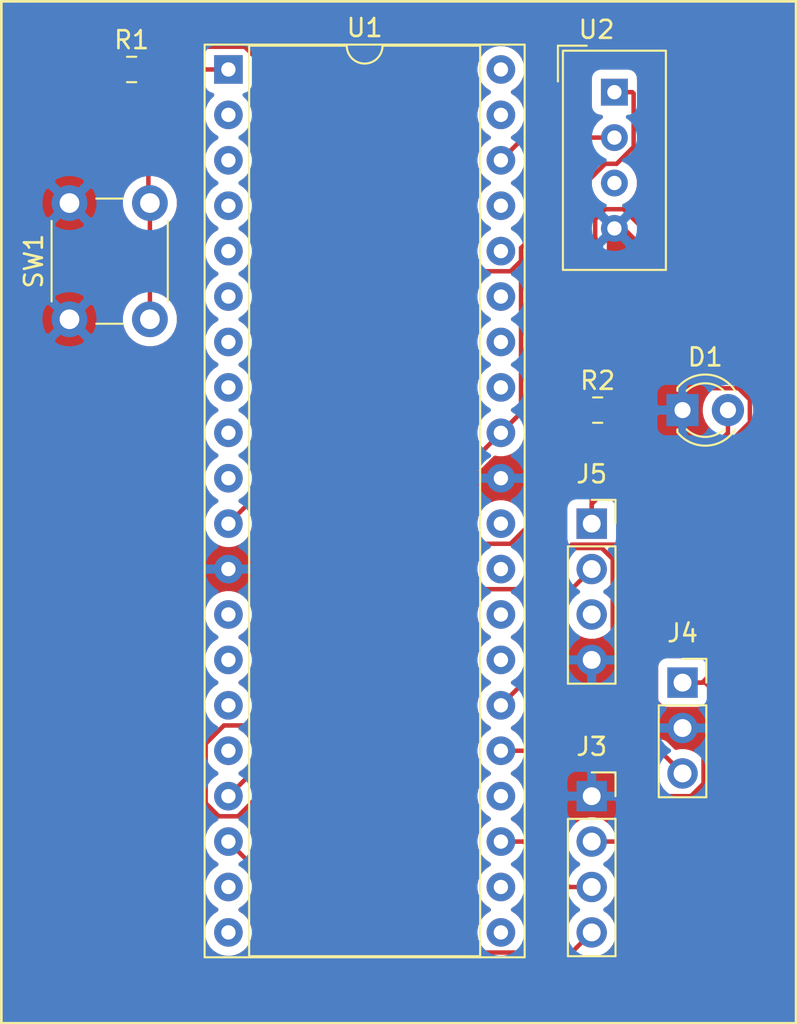
<source format=kicad_pcb>
(kicad_pcb (version 20171130) (host pcbnew "(5.1.5)-3")

  (general
    (thickness 1.6)
    (drawings 5)
    (tracks 110)
    (zones 0)
    (modules 9)
    (nets 42)
  )

  (page A4)
  (layers
    (0 F.Cu signal)
    (31 B.Cu signal)
    (32 B.Adhes user)
    (33 F.Adhes user)
    (34 B.Paste user)
    (35 F.Paste user)
    (36 B.SilkS user)
    (37 F.SilkS user)
    (38 B.Mask user)
    (39 F.Mask user)
    (40 Dwgs.User user)
    (41 Cmts.User user)
    (42 Eco1.User user)
    (43 Eco2.User user)
    (44 Edge.Cuts user)
    (45 Margin user)
    (46 B.CrtYd user)
    (47 F.CrtYd user)
    (48 B.Fab user)
    (49 F.Fab user)
  )

  (setup
    (last_trace_width 0.25)
    (trace_clearance 0.2)
    (zone_clearance 0.508)
    (zone_45_only no)
    (trace_min 0.2)
    (via_size 0.8)
    (via_drill 0.4)
    (via_min_size 0.4)
    (via_min_drill 0.3)
    (uvia_size 0.3)
    (uvia_drill 0.1)
    (uvias_allowed no)
    (uvia_min_size 0.2)
    (uvia_min_drill 0.1)
    (edge_width 0.1)
    (segment_width 0.2)
    (pcb_text_width 0.3)
    (pcb_text_size 1.5 1.5)
    (mod_edge_width 0.15)
    (mod_text_size 1 1)
    (mod_text_width 0.15)
    (pad_size 1.524 1.524)
    (pad_drill 0.762)
    (pad_to_mask_clearance 0)
    (aux_axis_origin 0 0)
    (visible_elements FFFFFF7F)
    (pcbplotparams
      (layerselection 0x010fc_ffffffff)
      (usegerberextensions false)
      (usegerberattributes false)
      (usegerberadvancedattributes false)
      (creategerberjobfile false)
      (excludeedgelayer true)
      (linewidth 0.100000)
      (plotframeref false)
      (viasonmask false)
      (mode 1)
      (useauxorigin false)
      (hpglpennumber 1)
      (hpglpenspeed 20)
      (hpglpendiameter 15.000000)
      (psnegative false)
      (psa4output false)
      (plotreference true)
      (plotvalue true)
      (plotinvisibletext false)
      (padsonsilk false)
      (subtractmaskfromsilk false)
      (outputformat 1)
      (mirror false)
      (drillshape 1)
      (scaleselection 1)
      (outputdirectory ""))
  )

  (net 0 "")
  (net 1 GND)
  (net 2 "Net-(D1-Pad2)")
  (net 3 VDD)
  (net 4 /SDA)
  (net 5 /SCL)
  (net 6 /TX)
  (net 7 "Net-(J5-Pad3)")
  (net 8 /RX)
  (net 9 /MCLR)
  (net 10 "Net-(R2-Pad1)")
  (net 11 "Net-(U1-Pad21)")
  (net 12 "Net-(U1-Pad2)")
  (net 13 "Net-(U1-Pad22)")
  (net 14 "Net-(U1-Pad3)")
  (net 15 "Net-(U1-Pad4)")
  (net 16 /RC5)
  (net 17 "Net-(U1-Pad5)")
  (net 18 "Net-(U1-Pad6)")
  (net 19 "Net-(U1-Pad7)")
  (net 20 "Net-(U1-Pad27)")
  (net 21 "Net-(U1-Pad8)")
  (net 22 "Net-(U1-Pad28)")
  (net 23 "Net-(U1-Pad9)")
  (net 24 "Net-(U1-Pad29)")
  (net 25 "Net-(U1-Pad10)")
  (net 26 "Net-(U1-Pad30)")
  (net 27 "Net-(U1-Pad13)")
  (net 28 /RB0)
  (net 29 "Net-(U1-Pad14)")
  (net 30 /RB1)
  (net 31 /RC0)
  (net 32 /RB2)
  (net 33 /RC1)
  (net 34 /RB3)
  (net 35 /RB4)
  (net 36 /temp)
  (net 37 "Net-(U1-Pad19)")
  (net 38 /RB6)
  (net 39 "Net-(U1-Pad20)")
  (net 40 /RB7)
  (net 41 "Net-(U2-Pad3)")

  (net_class Default "Esta es la clase de red por defecto."
    (clearance 0.2)
    (trace_width 0.25)
    (via_dia 0.8)
    (via_drill 0.4)
    (uvia_dia 0.3)
    (uvia_drill 0.1)
    (add_net /MCLR)
    (add_net /RB0)
    (add_net /RB1)
    (add_net /RB2)
    (add_net /RB3)
    (add_net /RB4)
    (add_net /RB6)
    (add_net /RB7)
    (add_net /RC0)
    (add_net /RC1)
    (add_net /RC5)
    (add_net /RX)
    (add_net /SCL)
    (add_net /SDA)
    (add_net /TX)
    (add_net /temp)
    (add_net GND)
    (add_net "Net-(D1-Pad2)")
    (add_net "Net-(J5-Pad3)")
    (add_net "Net-(R2-Pad1)")
    (add_net "Net-(U1-Pad10)")
    (add_net "Net-(U1-Pad13)")
    (add_net "Net-(U1-Pad14)")
    (add_net "Net-(U1-Pad19)")
    (add_net "Net-(U1-Pad2)")
    (add_net "Net-(U1-Pad20)")
    (add_net "Net-(U1-Pad21)")
    (add_net "Net-(U1-Pad22)")
    (add_net "Net-(U1-Pad27)")
    (add_net "Net-(U1-Pad28)")
    (add_net "Net-(U1-Pad29)")
    (add_net "Net-(U1-Pad3)")
    (add_net "Net-(U1-Pad30)")
    (add_net "Net-(U1-Pad4)")
    (add_net "Net-(U1-Pad5)")
    (add_net "Net-(U1-Pad6)")
    (add_net "Net-(U1-Pad7)")
    (add_net "Net-(U1-Pad8)")
    (add_net "Net-(U1-Pad9)")
    (add_net "Net-(U2-Pad3)")
    (add_net VDD)
  )

  (module LED_THT:LED_D3.0mm_IRBlack (layer F.Cu) (tedit 5A6C9BB8) (tstamp 5F8F8288)
    (at 151.13 115.57)
    (descr "IR-ED, diameter 3.0mm, 2 pins, color: black")
    (tags "IR infrared LED diameter 3.0mm 2 pins black")
    (path /5F8D49FF)
    (fp_text reference D1 (at 1.27 -2.96) (layer F.SilkS)
      (effects (font (size 1 1) (thickness 0.15)))
    )
    (fp_text value "IR EMISOR" (at 1.27 2.96) (layer F.Fab)
      (effects (font (size 1 1) (thickness 0.15)))
    )
    (fp_text user %R (at 1.47 0) (layer F.Fab)
      (effects (font (size 0.8 0.8) (thickness 0.12)))
    )
    (fp_line (start -0.23 -1.16619) (end -0.23 1.16619) (layer F.Fab) (width 0.1))
    (fp_line (start -0.29 -1.236) (end -0.29 -1.08) (layer F.SilkS) (width 0.12))
    (fp_line (start -0.29 1.08) (end -0.29 1.236) (layer F.SilkS) (width 0.12))
    (fp_line (start -1.15 -2.25) (end -1.15 2.25) (layer F.CrtYd) (width 0.05))
    (fp_line (start -1.15 2.25) (end 3.7 2.25) (layer F.CrtYd) (width 0.05))
    (fp_line (start 3.7 2.25) (end 3.7 -2.25) (layer F.CrtYd) (width 0.05))
    (fp_line (start 3.7 -2.25) (end -1.15 -2.25) (layer F.CrtYd) (width 0.05))
    (fp_circle (center 1.27 0) (end 2.77 0) (layer F.Fab) (width 0.1))
    (fp_arc (start 1.27 0) (end -0.23 -1.16619) (angle 284.3) (layer F.Fab) (width 0.1))
    (fp_arc (start 1.27 0) (end -0.29 -1.235516) (angle 108.8) (layer F.SilkS) (width 0.12))
    (fp_arc (start 1.27 0) (end -0.29 1.235516) (angle -108.8) (layer F.SilkS) (width 0.12))
    (fp_arc (start 1.27 0) (end 0.229039 -1.08) (angle 87.9) (layer F.SilkS) (width 0.12))
    (fp_arc (start 1.27 0) (end 0.229039 1.08) (angle -87.9) (layer F.SilkS) (width 0.12))
    (pad 1 thru_hole rect (at 0 0) (size 1.8 1.8) (drill 0.9) (layers *.Cu *.Mask)
      (net 1 GND))
    (pad 2 thru_hole circle (at 2.54 0) (size 1.8 1.8) (drill 0.9) (layers *.Cu *.Mask)
      (net 2 "Net-(D1-Pad2)"))
    (model ${KISYS3DMOD}/LED_THT.3dshapes/LED_D3.0mm_IRBlack.wrl
      (at (xyz 0 0 0))
      (scale (xyz 1 1 1))
      (rotate (xyz 0 0 0))
    )
  )

  (module Connector_PinSocket_2.54mm:PinSocket_1x04_P2.54mm_Vertical (layer F.Cu) (tedit 5A19A429) (tstamp 5F8F82A0)
    (at 146.05 137.16)
    (descr "Through hole straight socket strip, 1x04, 2.54mm pitch, single row (from Kicad 4.0.7), script generated")
    (tags "Through hole socket strip THT 1x04 2.54mm single row")
    (path /5F8A7F22)
    (fp_text reference J3 (at 0 -2.77) (layer F.SilkS)
      (effects (font (size 1 1) (thickness 0.15)))
    )
    (fp_text value I2C (at 0 10.39) (layer F.Fab)
      (effects (font (size 1 1) (thickness 0.15)))
    )
    (fp_line (start -1.27 -1.27) (end 0.635 -1.27) (layer F.Fab) (width 0.1))
    (fp_line (start 0.635 -1.27) (end 1.27 -0.635) (layer F.Fab) (width 0.1))
    (fp_line (start 1.27 -0.635) (end 1.27 8.89) (layer F.Fab) (width 0.1))
    (fp_line (start 1.27 8.89) (end -1.27 8.89) (layer F.Fab) (width 0.1))
    (fp_line (start -1.27 8.89) (end -1.27 -1.27) (layer F.Fab) (width 0.1))
    (fp_line (start -1.33 1.27) (end 1.33 1.27) (layer F.SilkS) (width 0.12))
    (fp_line (start -1.33 1.27) (end -1.33 8.95) (layer F.SilkS) (width 0.12))
    (fp_line (start -1.33 8.95) (end 1.33 8.95) (layer F.SilkS) (width 0.12))
    (fp_line (start 1.33 1.27) (end 1.33 8.95) (layer F.SilkS) (width 0.12))
    (fp_line (start 1.33 -1.33) (end 1.33 0) (layer F.SilkS) (width 0.12))
    (fp_line (start 0 -1.33) (end 1.33 -1.33) (layer F.SilkS) (width 0.12))
    (fp_line (start -1.8 -1.8) (end 1.75 -1.8) (layer F.CrtYd) (width 0.05))
    (fp_line (start 1.75 -1.8) (end 1.75 9.4) (layer F.CrtYd) (width 0.05))
    (fp_line (start 1.75 9.4) (end -1.8 9.4) (layer F.CrtYd) (width 0.05))
    (fp_line (start -1.8 9.4) (end -1.8 -1.8) (layer F.CrtYd) (width 0.05))
    (fp_text user %R (at 0 3.81 90) (layer F.Fab)
      (effects (font (size 1 1) (thickness 0.15)))
    )
    (pad 1 thru_hole rect (at 0 0) (size 1.7 1.7) (drill 1) (layers *.Cu *.Mask)
      (net 1 GND))
    (pad 2 thru_hole oval (at 0 2.54) (size 1.7 1.7) (drill 1) (layers *.Cu *.Mask)
      (net 3 VDD))
    (pad 3 thru_hole oval (at 0 5.08) (size 1.7 1.7) (drill 1) (layers *.Cu *.Mask)
      (net 4 /SDA))
    (pad 4 thru_hole oval (at 0 7.62) (size 1.7 1.7) (drill 1) (layers *.Cu *.Mask)
      (net 5 /SCL))
    (model ${KISYS3DMOD}/Connector_PinSocket_2.54mm.3dshapes/PinSocket_1x04_P2.54mm_Vertical.wrl
      (at (xyz 0 0 0))
      (scale (xyz 1 1 1))
      (rotate (xyz 0 0 0))
    )
  )

  (module Connector_PinSocket_2.54mm:PinSocket_1x03_P2.54mm_Vertical (layer F.Cu) (tedit 5A19A429) (tstamp 5F8F82B7)
    (at 151.13 130.81)
    (descr "Through hole straight socket strip, 1x03, 2.54mm pitch, single row (from Kicad 4.0.7), script generated")
    (tags "Through hole socket strip THT 1x03 2.54mm single row")
    (path /5F8E161C)
    (fp_text reference J4 (at 0 -2.77) (layer F.SilkS)
      (effects (font (size 1 1) (thickness 0.15)))
    )
    (fp_text value "RF Transmisor" (at 0 7.85) (layer F.Fab)
      (effects (font (size 1 1) (thickness 0.15)))
    )
    (fp_line (start -1.27 -1.27) (end 0.635 -1.27) (layer F.Fab) (width 0.1))
    (fp_line (start 0.635 -1.27) (end 1.27 -0.635) (layer F.Fab) (width 0.1))
    (fp_line (start 1.27 -0.635) (end 1.27 6.35) (layer F.Fab) (width 0.1))
    (fp_line (start 1.27 6.35) (end -1.27 6.35) (layer F.Fab) (width 0.1))
    (fp_line (start -1.27 6.35) (end -1.27 -1.27) (layer F.Fab) (width 0.1))
    (fp_line (start -1.33 1.27) (end 1.33 1.27) (layer F.SilkS) (width 0.12))
    (fp_line (start -1.33 1.27) (end -1.33 6.41) (layer F.SilkS) (width 0.12))
    (fp_line (start -1.33 6.41) (end 1.33 6.41) (layer F.SilkS) (width 0.12))
    (fp_line (start 1.33 1.27) (end 1.33 6.41) (layer F.SilkS) (width 0.12))
    (fp_line (start 1.33 -1.33) (end 1.33 0) (layer F.SilkS) (width 0.12))
    (fp_line (start 0 -1.33) (end 1.33 -1.33) (layer F.SilkS) (width 0.12))
    (fp_line (start -1.8 -1.8) (end 1.75 -1.8) (layer F.CrtYd) (width 0.05))
    (fp_line (start 1.75 -1.8) (end 1.75 6.85) (layer F.CrtYd) (width 0.05))
    (fp_line (start 1.75 6.85) (end -1.8 6.85) (layer F.CrtYd) (width 0.05))
    (fp_line (start -1.8 6.85) (end -1.8 -1.8) (layer F.CrtYd) (width 0.05))
    (fp_text user %R (at 0 2.54 90) (layer F.Fab)
      (effects (font (size 1 1) (thickness 0.15)))
    )
    (pad 1 thru_hole rect (at 0 0) (size 1.7 1.7) (drill 1) (layers *.Cu *.Mask)
      (net 3 VDD))
    (pad 2 thru_hole oval (at 0 2.54) (size 1.7 1.7) (drill 1) (layers *.Cu *.Mask)
      (net 1 GND))
    (pad 3 thru_hole oval (at 0 5.08) (size 1.7 1.7) (drill 1) (layers *.Cu *.Mask)
      (net 6 /TX))
    (model ${KISYS3DMOD}/Connector_PinSocket_2.54mm.3dshapes/PinSocket_1x03_P2.54mm_Vertical.wrl
      (at (xyz 0 0 0))
      (scale (xyz 1 1 1))
      (rotate (xyz 0 0 0))
    )
  )

  (module Connector_PinSocket_2.54mm:PinSocket_1x04_P2.54mm_Vertical (layer F.Cu) (tedit 5A19A429) (tstamp 5F8F82CF)
    (at 146.05 121.92)
    (descr "Through hole straight socket strip, 1x04, 2.54mm pitch, single row (from Kicad 4.0.7), script generated")
    (tags "Through hole socket strip THT 1x04 2.54mm single row")
    (path /5F8F6B83)
    (fp_text reference J5 (at 0 -2.77) (layer F.SilkS)
      (effects (font (size 1 1) (thickness 0.15)))
    )
    (fp_text value "RF Receptor" (at 0 10.39) (layer F.Fab)
      (effects (font (size 1 1) (thickness 0.15)))
    )
    (fp_text user %R (at 0 3.81 90) (layer F.Fab)
      (effects (font (size 1 1) (thickness 0.15)))
    )
    (fp_line (start -1.8 9.4) (end -1.8 -1.8) (layer F.CrtYd) (width 0.05))
    (fp_line (start 1.75 9.4) (end -1.8 9.4) (layer F.CrtYd) (width 0.05))
    (fp_line (start 1.75 -1.8) (end 1.75 9.4) (layer F.CrtYd) (width 0.05))
    (fp_line (start -1.8 -1.8) (end 1.75 -1.8) (layer F.CrtYd) (width 0.05))
    (fp_line (start 0 -1.33) (end 1.33 -1.33) (layer F.SilkS) (width 0.12))
    (fp_line (start 1.33 -1.33) (end 1.33 0) (layer F.SilkS) (width 0.12))
    (fp_line (start 1.33 1.27) (end 1.33 8.95) (layer F.SilkS) (width 0.12))
    (fp_line (start -1.33 8.95) (end 1.33 8.95) (layer F.SilkS) (width 0.12))
    (fp_line (start -1.33 1.27) (end -1.33 8.95) (layer F.SilkS) (width 0.12))
    (fp_line (start -1.33 1.27) (end 1.33 1.27) (layer F.SilkS) (width 0.12))
    (fp_line (start -1.27 8.89) (end -1.27 -1.27) (layer F.Fab) (width 0.1))
    (fp_line (start 1.27 8.89) (end -1.27 8.89) (layer F.Fab) (width 0.1))
    (fp_line (start 1.27 -0.635) (end 1.27 8.89) (layer F.Fab) (width 0.1))
    (fp_line (start 0.635 -1.27) (end 1.27 -0.635) (layer F.Fab) (width 0.1))
    (fp_line (start -1.27 -1.27) (end 0.635 -1.27) (layer F.Fab) (width 0.1))
    (pad 4 thru_hole oval (at 0 7.62) (size 1.7 1.7) (drill 1) (layers *.Cu *.Mask)
      (net 1 GND))
    (pad 3 thru_hole oval (at 0 5.08) (size 1.7 1.7) (drill 1) (layers *.Cu *.Mask)
      (net 7 "Net-(J5-Pad3)"))
    (pad 2 thru_hole oval (at 0 2.54) (size 1.7 1.7) (drill 1) (layers *.Cu *.Mask)
      (net 8 /RX))
    (pad 1 thru_hole rect (at 0 0) (size 1.7 1.7) (drill 1) (layers *.Cu *.Mask)
      (net 3 VDD))
    (model ${KISYS3DMOD}/Connector_PinSocket_2.54mm.3dshapes/PinSocket_1x04_P2.54mm_Vertical.wrl
      (at (xyz 0 0 0))
      (scale (xyz 1 1 1))
      (rotate (xyz 0 0 0))
    )
  )

  (module Resistor_SMD:R_0805_2012Metric (layer F.Cu) (tedit 5B36C52B) (tstamp 5F8F8A5D)
    (at 120.3175 96.52)
    (descr "Resistor SMD 0805 (2012 Metric), square (rectangular) end terminal, IPC_7351 nominal, (Body size source: https://docs.google.com/spreadsheets/d/1BsfQQcO9C6DZCsRaXUlFlo91Tg2WpOkGARC1WS5S8t0/edit?usp=sharing), generated with kicad-footprint-generator")
    (tags resistor)
    (path /5F86845F)
    (attr smd)
    (fp_text reference R1 (at 0 -1.65) (layer F.SilkS)
      (effects (font (size 1 1) (thickness 0.15)))
    )
    (fp_text value 10K (at 0 1.65) (layer F.Fab)
      (effects (font (size 1 1) (thickness 0.15)))
    )
    (fp_text user %R (at 0 0) (layer F.Fab)
      (effects (font (size 0.5 0.5) (thickness 0.08)))
    )
    (fp_line (start 1.68 0.95) (end -1.68 0.95) (layer F.CrtYd) (width 0.05))
    (fp_line (start 1.68 -0.95) (end 1.68 0.95) (layer F.CrtYd) (width 0.05))
    (fp_line (start -1.68 -0.95) (end 1.68 -0.95) (layer F.CrtYd) (width 0.05))
    (fp_line (start -1.68 0.95) (end -1.68 -0.95) (layer F.CrtYd) (width 0.05))
    (fp_line (start -0.258578 0.71) (end 0.258578 0.71) (layer F.SilkS) (width 0.12))
    (fp_line (start -0.258578 -0.71) (end 0.258578 -0.71) (layer F.SilkS) (width 0.12))
    (fp_line (start 1 0.6) (end -1 0.6) (layer F.Fab) (width 0.1))
    (fp_line (start 1 -0.6) (end 1 0.6) (layer F.Fab) (width 0.1))
    (fp_line (start -1 -0.6) (end 1 -0.6) (layer F.Fab) (width 0.1))
    (fp_line (start -1 0.6) (end -1 -0.6) (layer F.Fab) (width 0.1))
    (pad 2 smd roundrect (at 0.9375 0) (size 0.975 1.4) (layers F.Cu F.Paste F.Mask) (roundrect_rratio 0.25)
      (net 9 /MCLR))
    (pad 1 smd roundrect (at -0.9375 0) (size 0.975 1.4) (layers F.Cu F.Paste F.Mask) (roundrect_rratio 0.25)
      (net 3 VDD))
    (model ${KISYS3DMOD}/Resistor_SMD.3dshapes/R_0805_2012Metric.wrl
      (at (xyz 0 0 0))
      (scale (xyz 1 1 1))
      (rotate (xyz 0 0 0))
    )
  )

  (module Resistor_SMD:R_0805_2012Metric (layer F.Cu) (tedit 5B36C52B) (tstamp 5F8F892A)
    (at 146.3825 115.57)
    (descr "Resistor SMD 0805 (2012 Metric), square (rectangular) end terminal, IPC_7351 nominal, (Body size source: https://docs.google.com/spreadsheets/d/1BsfQQcO9C6DZCsRaXUlFlo91Tg2WpOkGARC1WS5S8t0/edit?usp=sharing), generated with kicad-footprint-generator")
    (tags resistor)
    (path /5F8D3B7C)
    (attr smd)
    (fp_text reference R2 (at 0 -1.65) (layer F.SilkS)
      (effects (font (size 1 1) (thickness 0.15)))
    )
    (fp_text value 1k (at 0 1.65) (layer F.Fab)
      (effects (font (size 1 1) (thickness 0.15)))
    )
    (fp_line (start -1 0.6) (end -1 -0.6) (layer F.Fab) (width 0.1))
    (fp_line (start -1 -0.6) (end 1 -0.6) (layer F.Fab) (width 0.1))
    (fp_line (start 1 -0.6) (end 1 0.6) (layer F.Fab) (width 0.1))
    (fp_line (start 1 0.6) (end -1 0.6) (layer F.Fab) (width 0.1))
    (fp_line (start -0.258578 -0.71) (end 0.258578 -0.71) (layer F.SilkS) (width 0.12))
    (fp_line (start -0.258578 0.71) (end 0.258578 0.71) (layer F.SilkS) (width 0.12))
    (fp_line (start -1.68 0.95) (end -1.68 -0.95) (layer F.CrtYd) (width 0.05))
    (fp_line (start -1.68 -0.95) (end 1.68 -0.95) (layer F.CrtYd) (width 0.05))
    (fp_line (start 1.68 -0.95) (end 1.68 0.95) (layer F.CrtYd) (width 0.05))
    (fp_line (start 1.68 0.95) (end -1.68 0.95) (layer F.CrtYd) (width 0.05))
    (fp_text user %R (at 0 0) (layer F.Fab)
      (effects (font (size 0.5 0.5) (thickness 0.08)))
    )
    (pad 1 smd roundrect (at -0.9375 0) (size 0.975 1.4) (layers F.Cu F.Paste F.Mask) (roundrect_rratio 0.25)
      (net 10 "Net-(R2-Pad1)"))
    (pad 2 smd roundrect (at 0.9375 0) (size 0.975 1.4) (layers F.Cu F.Paste F.Mask) (roundrect_rratio 0.25)
      (net 2 "Net-(D1-Pad2)"))
    (model ${KISYS3DMOD}/Resistor_SMD.3dshapes/R_0805_2012Metric.wrl
      (at (xyz 0 0 0))
      (scale (xyz 1 1 1))
      (rotate (xyz 0 0 0))
    )
  )

  (module Button_Switch_THT:SW_PUSH_6mm (layer F.Cu) (tedit 5A02FE31) (tstamp 5F8F8310)
    (at 116.84 110.49 90)
    (descr https://www.omron.com/ecb/products/pdf/en-b3f.pdf)
    (tags "tact sw push 6mm")
    (path /5F868D0E)
    (fp_text reference SW1 (at 3.25 -2 90) (layer F.SilkS)
      (effects (font (size 1 1) (thickness 0.15)))
    )
    (fp_text value SW_Push (at 3.75 6.7 90) (layer F.Fab)
      (effects (font (size 1 1) (thickness 0.15)))
    )
    (fp_text user %R (at 3.25 2.25 90) (layer F.Fab)
      (effects (font (size 1 1) (thickness 0.15)))
    )
    (fp_line (start 3.25 -0.75) (end 6.25 -0.75) (layer F.Fab) (width 0.1))
    (fp_line (start 6.25 -0.75) (end 6.25 5.25) (layer F.Fab) (width 0.1))
    (fp_line (start 6.25 5.25) (end 0.25 5.25) (layer F.Fab) (width 0.1))
    (fp_line (start 0.25 5.25) (end 0.25 -0.75) (layer F.Fab) (width 0.1))
    (fp_line (start 0.25 -0.75) (end 3.25 -0.75) (layer F.Fab) (width 0.1))
    (fp_line (start 7.75 6) (end 8 6) (layer F.CrtYd) (width 0.05))
    (fp_line (start 8 6) (end 8 5.75) (layer F.CrtYd) (width 0.05))
    (fp_line (start 7.75 -1.5) (end 8 -1.5) (layer F.CrtYd) (width 0.05))
    (fp_line (start 8 -1.5) (end 8 -1.25) (layer F.CrtYd) (width 0.05))
    (fp_line (start -1.5 -1.25) (end -1.5 -1.5) (layer F.CrtYd) (width 0.05))
    (fp_line (start -1.5 -1.5) (end -1.25 -1.5) (layer F.CrtYd) (width 0.05))
    (fp_line (start -1.5 5.75) (end -1.5 6) (layer F.CrtYd) (width 0.05))
    (fp_line (start -1.5 6) (end -1.25 6) (layer F.CrtYd) (width 0.05))
    (fp_line (start -1.25 -1.5) (end 7.75 -1.5) (layer F.CrtYd) (width 0.05))
    (fp_line (start -1.5 5.75) (end -1.5 -1.25) (layer F.CrtYd) (width 0.05))
    (fp_line (start 7.75 6) (end -1.25 6) (layer F.CrtYd) (width 0.05))
    (fp_line (start 8 -1.25) (end 8 5.75) (layer F.CrtYd) (width 0.05))
    (fp_line (start 1 5.5) (end 5.5 5.5) (layer F.SilkS) (width 0.12))
    (fp_line (start -0.25 1.5) (end -0.25 3) (layer F.SilkS) (width 0.12))
    (fp_line (start 5.5 -1) (end 1 -1) (layer F.SilkS) (width 0.12))
    (fp_line (start 6.75 3) (end 6.75 1.5) (layer F.SilkS) (width 0.12))
    (fp_circle (center 3.25 2.25) (end 1.25 2.5) (layer F.Fab) (width 0.1))
    (pad 2 thru_hole circle (at 0 4.5 180) (size 2 2) (drill 1.1) (layers *.Cu *.Mask)
      (net 9 /MCLR))
    (pad 1 thru_hole circle (at 0 0 180) (size 2 2) (drill 1.1) (layers *.Cu *.Mask)
      (net 1 GND))
    (pad 2 thru_hole circle (at 6.5 4.5 180) (size 2 2) (drill 1.1) (layers *.Cu *.Mask)
      (net 9 /MCLR))
    (pad 1 thru_hole circle (at 6.5 0 180) (size 2 2) (drill 1.1) (layers *.Cu *.Mask)
      (net 1 GND))
    (model ${KISYS3DMOD}/Button_Switch_THT.3dshapes/SW_PUSH_6mm.wrl
      (at (xyz 0 0 0))
      (scale (xyz 1 1 1))
      (rotate (xyz 0 0 0))
    )
  )

  (module Package_DIP:DIP-40_W15.24mm_Socket (layer F.Cu) (tedit 5A02E8C5) (tstamp 5F8F8354)
    (at 125.73 96.52)
    (descr "40-lead though-hole mounted DIP package, row spacing 15.24 mm (600 mils), Socket")
    (tags "THT DIP DIL PDIP 2.54mm 15.24mm 600mil Socket")
    (path /5F863399)
    (fp_text reference U1 (at 7.62 -2.33) (layer F.SilkS)
      (effects (font (size 1 1) (thickness 0.15)))
    )
    (fp_text value PIC16F887-IP (at 7.62 50.59) (layer F.Fab)
      (effects (font (size 1 1) (thickness 0.15)))
    )
    (fp_arc (start 7.62 -1.33) (end 6.62 -1.33) (angle -180) (layer F.SilkS) (width 0.12))
    (fp_line (start 1.255 -1.27) (end 14.985 -1.27) (layer F.Fab) (width 0.1))
    (fp_line (start 14.985 -1.27) (end 14.985 49.53) (layer F.Fab) (width 0.1))
    (fp_line (start 14.985 49.53) (end 0.255 49.53) (layer F.Fab) (width 0.1))
    (fp_line (start 0.255 49.53) (end 0.255 -0.27) (layer F.Fab) (width 0.1))
    (fp_line (start 0.255 -0.27) (end 1.255 -1.27) (layer F.Fab) (width 0.1))
    (fp_line (start -1.27 -1.33) (end -1.27 49.59) (layer F.Fab) (width 0.1))
    (fp_line (start -1.27 49.59) (end 16.51 49.59) (layer F.Fab) (width 0.1))
    (fp_line (start 16.51 49.59) (end 16.51 -1.33) (layer F.Fab) (width 0.1))
    (fp_line (start 16.51 -1.33) (end -1.27 -1.33) (layer F.Fab) (width 0.1))
    (fp_line (start 6.62 -1.33) (end 1.16 -1.33) (layer F.SilkS) (width 0.12))
    (fp_line (start 1.16 -1.33) (end 1.16 49.59) (layer F.SilkS) (width 0.12))
    (fp_line (start 1.16 49.59) (end 14.08 49.59) (layer F.SilkS) (width 0.12))
    (fp_line (start 14.08 49.59) (end 14.08 -1.33) (layer F.SilkS) (width 0.12))
    (fp_line (start 14.08 -1.33) (end 8.62 -1.33) (layer F.SilkS) (width 0.12))
    (fp_line (start -1.33 -1.39) (end -1.33 49.65) (layer F.SilkS) (width 0.12))
    (fp_line (start -1.33 49.65) (end 16.57 49.65) (layer F.SilkS) (width 0.12))
    (fp_line (start 16.57 49.65) (end 16.57 -1.39) (layer F.SilkS) (width 0.12))
    (fp_line (start 16.57 -1.39) (end -1.33 -1.39) (layer F.SilkS) (width 0.12))
    (fp_line (start -1.55 -1.6) (end -1.55 49.85) (layer F.CrtYd) (width 0.05))
    (fp_line (start -1.55 49.85) (end 16.8 49.85) (layer F.CrtYd) (width 0.05))
    (fp_line (start 16.8 49.85) (end 16.8 -1.6) (layer F.CrtYd) (width 0.05))
    (fp_line (start 16.8 -1.6) (end -1.55 -1.6) (layer F.CrtYd) (width 0.05))
    (fp_text user %R (at 7.62 24.13) (layer F.Fab)
      (effects (font (size 1 1) (thickness 0.15)))
    )
    (pad 1 thru_hole rect (at 0 0) (size 1.6 1.6) (drill 0.8) (layers *.Cu *.Mask)
      (net 9 /MCLR))
    (pad 21 thru_hole oval (at 15.24 48.26) (size 1.6 1.6) (drill 0.8) (layers *.Cu *.Mask)
      (net 11 "Net-(U1-Pad21)"))
    (pad 2 thru_hole oval (at 0 2.54) (size 1.6 1.6) (drill 0.8) (layers *.Cu *.Mask)
      (net 12 "Net-(U1-Pad2)"))
    (pad 22 thru_hole oval (at 15.24 45.72) (size 1.6 1.6) (drill 0.8) (layers *.Cu *.Mask)
      (net 13 "Net-(U1-Pad22)"))
    (pad 3 thru_hole oval (at 0 5.08) (size 1.6 1.6) (drill 0.8) (layers *.Cu *.Mask)
      (net 14 "Net-(U1-Pad3)"))
    (pad 23 thru_hole oval (at 15.24 43.18) (size 1.6 1.6) (drill 0.8) (layers *.Cu *.Mask)
      (net 4 /SDA))
    (pad 4 thru_hole oval (at 0 7.62) (size 1.6 1.6) (drill 0.8) (layers *.Cu *.Mask)
      (net 15 "Net-(U1-Pad4)"))
    (pad 24 thru_hole oval (at 15.24 40.64) (size 1.6 1.6) (drill 0.8) (layers *.Cu *.Mask)
      (net 16 /RC5))
    (pad 5 thru_hole oval (at 0 10.16) (size 1.6 1.6) (drill 0.8) (layers *.Cu *.Mask)
      (net 17 "Net-(U1-Pad5)"))
    (pad 25 thru_hole oval (at 15.24 38.1) (size 1.6 1.6) (drill 0.8) (layers *.Cu *.Mask)
      (net 6 /TX))
    (pad 6 thru_hole oval (at 0 12.7) (size 1.6 1.6) (drill 0.8) (layers *.Cu *.Mask)
      (net 18 "Net-(U1-Pad6)"))
    (pad 26 thru_hole oval (at 15.24 35.56) (size 1.6 1.6) (drill 0.8) (layers *.Cu *.Mask)
      (net 8 /RX))
    (pad 7 thru_hole oval (at 0 15.24) (size 1.6 1.6) (drill 0.8) (layers *.Cu *.Mask)
      (net 19 "Net-(U1-Pad7)"))
    (pad 27 thru_hole oval (at 15.24 33.02) (size 1.6 1.6) (drill 0.8) (layers *.Cu *.Mask)
      (net 20 "Net-(U1-Pad27)"))
    (pad 8 thru_hole oval (at 0 17.78) (size 1.6 1.6) (drill 0.8) (layers *.Cu *.Mask)
      (net 21 "Net-(U1-Pad8)"))
    (pad 28 thru_hole oval (at 15.24 30.48) (size 1.6 1.6) (drill 0.8) (layers *.Cu *.Mask)
      (net 22 "Net-(U1-Pad28)"))
    (pad 9 thru_hole oval (at 0 20.32) (size 1.6 1.6) (drill 0.8) (layers *.Cu *.Mask)
      (net 23 "Net-(U1-Pad9)"))
    (pad 29 thru_hole oval (at 15.24 27.94) (size 1.6 1.6) (drill 0.8) (layers *.Cu *.Mask)
      (net 24 "Net-(U1-Pad29)"))
    (pad 10 thru_hole oval (at 0 22.86) (size 1.6 1.6) (drill 0.8) (layers *.Cu *.Mask)
      (net 25 "Net-(U1-Pad10)"))
    (pad 30 thru_hole oval (at 15.24 25.4) (size 1.6 1.6) (drill 0.8) (layers *.Cu *.Mask)
      (net 26 "Net-(U1-Pad30)"))
    (pad 11 thru_hole oval (at 0 25.4) (size 1.6 1.6) (drill 0.8) (layers *.Cu *.Mask)
      (net 3 VDD))
    (pad 31 thru_hole oval (at 15.24 22.86) (size 1.6 1.6) (drill 0.8) (layers *.Cu *.Mask)
      (net 1 GND))
    (pad 12 thru_hole oval (at 0 27.94) (size 1.6 1.6) (drill 0.8) (layers *.Cu *.Mask)
      (net 1 GND))
    (pad 32 thru_hole oval (at 15.24 20.32) (size 1.6 1.6) (drill 0.8) (layers *.Cu *.Mask)
      (net 3 VDD))
    (pad 13 thru_hole oval (at 0 30.48) (size 1.6 1.6) (drill 0.8) (layers *.Cu *.Mask)
      (net 27 "Net-(U1-Pad13)"))
    (pad 33 thru_hole oval (at 15.24 17.78) (size 1.6 1.6) (drill 0.8) (layers *.Cu *.Mask)
      (net 28 /RB0))
    (pad 14 thru_hole oval (at 0 33.02) (size 1.6 1.6) (drill 0.8) (layers *.Cu *.Mask)
      (net 29 "Net-(U1-Pad14)"))
    (pad 34 thru_hole oval (at 15.24 15.24) (size 1.6 1.6) (drill 0.8) (layers *.Cu *.Mask)
      (net 30 /RB1))
    (pad 15 thru_hole oval (at 0 35.56) (size 1.6 1.6) (drill 0.8) (layers *.Cu *.Mask)
      (net 31 /RC0))
    (pad 35 thru_hole oval (at 15.24 12.7) (size 1.6 1.6) (drill 0.8) (layers *.Cu *.Mask)
      (net 32 /RB2))
    (pad 16 thru_hole oval (at 0 38.1) (size 1.6 1.6) (drill 0.8) (layers *.Cu *.Mask)
      (net 33 /RC1))
    (pad 36 thru_hole oval (at 15.24 10.16) (size 1.6 1.6) (drill 0.8) (layers *.Cu *.Mask)
      (net 34 /RB3))
    (pad 17 thru_hole oval (at 0 40.64) (size 1.6 1.6) (drill 0.8) (layers *.Cu *.Mask)
      (net 10 "Net-(R2-Pad1)"))
    (pad 37 thru_hole oval (at 15.24 7.62) (size 1.6 1.6) (drill 0.8) (layers *.Cu *.Mask)
      (net 35 /RB4))
    (pad 18 thru_hole oval (at 0 43.18) (size 1.6 1.6) (drill 0.8) (layers *.Cu *.Mask)
      (net 5 /SCL))
    (pad 38 thru_hole oval (at 15.24 5.08) (size 1.6 1.6) (drill 0.8) (layers *.Cu *.Mask)
      (net 36 /temp))
    (pad 19 thru_hole oval (at 0 45.72) (size 1.6 1.6) (drill 0.8) (layers *.Cu *.Mask)
      (net 37 "Net-(U1-Pad19)"))
    (pad 39 thru_hole oval (at 15.24 2.54) (size 1.6 1.6) (drill 0.8) (layers *.Cu *.Mask)
      (net 38 /RB6))
    (pad 20 thru_hole oval (at 0 48.26) (size 1.6 1.6) (drill 0.8) (layers *.Cu *.Mask)
      (net 39 "Net-(U1-Pad20)"))
    (pad 40 thru_hole oval (at 15.24 0) (size 1.6 1.6) (drill 0.8) (layers *.Cu *.Mask)
      (net 40 /RB7))
    (model ${KISYS3DMOD}/Package_DIP.3dshapes/DIP-40_W15.24mm_Socket.wrl
      (at (xyz 0 0 0))
      (scale (xyz 1 1 1))
      (rotate (xyz 0 0 0))
    )
  )

  (module Sensor:Aosong_DHT11_5.5x12.0_P2.54mm (layer F.Cu) (tedit 5C4B60CF) (tstamp 5F8F836C)
    (at 147.32 97.79)
    (descr "Temperature and humidity module, http://akizukidenshi.com/download/ds/aosong/DHT11.pdf")
    (tags "Temperature and humidity module")
    (path /5F865636)
    (fp_text reference U2 (at -1 -3.5) (layer F.SilkS)
      (effects (font (size 1 1) (thickness 0.15)))
    )
    (fp_text value DHT11 (at 0 11.3) (layer F.Fab)
      (effects (font (size 1 1) (thickness 0.15)))
    )
    (fp_line (start -1.75 -2.19) (end 2.75 -2.19) (layer F.Fab) (width 0.1))
    (fp_line (start 2.75 -2.19) (end 2.75 9.81) (layer F.Fab) (width 0.1))
    (fp_line (start 2.75 9.81) (end -2.75 9.81) (layer F.Fab) (width 0.1))
    (fp_line (start -2.75 -1.19) (end -2.75 9.81) (layer F.Fab) (width 0.1))
    (fp_line (start -2.87 -2.32) (end 2.87 -2.32) (layer F.SilkS) (width 0.12))
    (fp_line (start 2.88 -2.32) (end 2.88 9.94) (layer F.SilkS) (width 0.12))
    (fp_line (start 2.88 9.94) (end -2.88 9.94) (layer F.SilkS) (width 0.12))
    (fp_line (start -2.88 9.94) (end -2.88 -2.31) (layer F.SilkS) (width 0.12))
    (fp_text user %R (at 0 3.81) (layer F.Fab)
      (effects (font (size 1 1) (thickness 0.15)))
    )
    (fp_line (start -3 -2.44) (end 3 -2.44) (layer F.CrtYd) (width 0.05))
    (fp_line (start 3 -2.44) (end 3 10.06) (layer F.CrtYd) (width 0.05))
    (fp_line (start 3 10.06) (end -3 10.06) (layer F.CrtYd) (width 0.05))
    (fp_line (start -3 10.06) (end -3 -2.44) (layer F.CrtYd) (width 0.05))
    (fp_line (start -2.75 -1.19) (end -1.75 -2.19) (layer F.Fab) (width 0.1))
    (fp_line (start -3.16 -2.6) (end -3.16 -0.6) (layer F.SilkS) (width 0.12))
    (fp_line (start -3.16 -2.6) (end -1.55 -2.6) (layer F.SilkS) (width 0.12))
    (pad 1 thru_hole rect (at 0 0) (size 1.5 1.5) (drill 0.8) (layers *.Cu *.Mask)
      (net 3 VDD))
    (pad 2 thru_hole circle (at 0 2.54) (size 1.5 1.5) (drill 0.8) (layers *.Cu *.Mask)
      (net 36 /temp))
    (pad 3 thru_hole circle (at 0 5.08) (size 1.5 1.5) (drill 0.8) (layers *.Cu *.Mask)
      (net 41 "Net-(U2-Pad3)"))
    (pad 4 thru_hole circle (at 0 7.62) (size 1.5 1.5) (drill 0.8) (layers *.Cu *.Mask)
      (net 1 GND))
    (model ${KISYS3DMOD}/Sensor.3dshapes/Aosong_DHT11_5.5x12.0_P2.54mm.wrl
      (at (xyz 0 0 0))
      (scale (xyz 1 1 1))
      (rotate (xyz 0 0 0))
    )
  )

  (gr_line (start 113.03 92.71) (end 114.3 92.71) (layer F.SilkS) (width 0.15) (tstamp 5F8F8F5F))
  (gr_line (start 113.03 149.86) (end 113.03 92.71) (layer F.SilkS) (width 0.15))
  (gr_line (start 157.48 149.86) (end 113.03 149.86) (layer F.SilkS) (width 0.15))
  (gr_line (start 157.48 92.71) (end 157.48 149.86) (layer F.SilkS) (width 0.15))
  (gr_line (start 114.3 92.71) (end 157.48 92.71) (layer F.SilkS) (width 0.15))

  (segment (start 151.13 109.22) (end 147.32 105.41) (width 0.25) (layer F.Cu) (net 1))
  (segment (start 151.13 115.57) (end 151.13 109.22) (width 0.25) (layer F.Cu) (net 1))
  (segment (start 116.84 103.99) (end 116.84 110.49) (width 0.25) (layer F.Cu) (net 1))
  (segment (start 116.84 115.57) (end 125.73 124.46) (width 0.25) (layer F.Cu) (net 1))
  (segment (start 116.84 110.49) (end 116.84 115.57) (width 0.25) (layer F.Cu) (net 1))
  (segment (start 125.73 124.46) (end 127 124.46) (width 0.25) (layer F.Cu) (net 1))
  (segment (start 127 124.46) (end 129.54 121.92) (width 0.25) (layer F.Cu) (net 1))
  (segment (start 138.43 121.92) (end 140.97 119.38) (width 0.25) (layer F.Cu) (net 1))
  (segment (start 129.54 121.92) (end 138.43 121.92) (width 0.25) (layer F.Cu) (net 1))
  (segment (start 125.189999 138.285001) (end 124.46 137.555002) (width 0.25) (layer F.Cu) (net 1))
  (segment (start 151.205001 114.344999) (end 154.258001 114.344999) (width 0.25) (layer F.Cu) (net 1))
  (segment (start 138.970001 125.585001) (end 126.270001 138.285001) (width 0.25) (layer F.Cu) (net 1))
  (segment (start 154.895001 114.981999) (end 154.895001 116.251409) (width 0.25) (layer F.Cu) (net 1))
  (segment (start 151.13 115.57) (end 151.13 114.42) (width 0.25) (layer F.Cu) (net 1))
  (segment (start 154.258001 114.344999) (end 154.895001 114.981999) (width 0.25) (layer F.Cu) (net 1))
  (segment (start 142.449999 125.585001) (end 138.970001 125.585001) (width 0.25) (layer F.Cu) (net 1))
  (segment (start 154.895001 116.251409) (end 148.051409 123.095001) (width 0.25) (layer F.Cu) (net 1))
  (segment (start 148.051409 123.095001) (end 144.939999 123.095001) (width 0.25) (layer F.Cu) (net 1))
  (segment (start 151.13 114.42) (end 151.205001 114.344999) (width 0.25) (layer F.Cu) (net 1))
  (segment (start 144.939999 123.095001) (end 142.449999 125.585001) (width 0.25) (layer F.Cu) (net 1))
  (segment (start 126.270001 138.285001) (end 125.189999 138.285001) (width 0.25) (layer F.Cu) (net 1))
  (segment (start 125.479997 133.205001) (end 127.144999 133.205001) (width 0.25) (layer F.Cu) (net 1))
  (segment (start 124.46 137.555002) (end 124.46 134.224998) (width 0.25) (layer F.Cu) (net 1))
  (segment (start 124.46 134.224998) (end 125.479997 133.205001) (width 0.25) (layer F.Cu) (net 1))
  (segment (start 135.89 124.46) (end 138.43 121.92) (width 0.25) (layer F.Cu) (net 1))
  (segment (start 127.144999 133.205001) (end 135.89 124.46) (width 0.25) (layer F.Cu) (net 1))
  (segment (start 147.225001 128.364999) (end 146.899999 128.690001) (width 0.25) (layer F.Cu) (net 1))
  (segment (start 146.614001 123.284999) (end 147.225001 123.895999) (width 0.25) (layer F.Cu) (net 1))
  (segment (start 147.225001 123.895999) (end 147.225001 128.364999) (width 0.25) (layer F.Cu) (net 1))
  (segment (start 144.750001 123.284999) (end 146.614001 123.284999) (width 0.25) (layer F.Cu) (net 1))
  (segment (start 146.899999 128.690001) (end 146.05 129.54) (width 0.25) (layer F.Cu) (net 1))
  (segment (start 142.449999 125.585001) (end 144.750001 123.284999) (width 0.25) (layer F.Cu) (net 1))
  (segment (start 147.32 129.54) (end 151.13 133.35) (width 0.25) (layer F.Cu) (net 1))
  (segment (start 146.05 129.54) (end 147.32 129.54) (width 0.25) (layer F.Cu) (net 1))
  (segment (start 151.979999 134.199999) (end 151.13 133.35) (width 0.25) (layer F.Cu) (net 1))
  (segment (start 152.305001 134.525001) (end 151.979999 134.199999) (width 0.25) (layer F.Cu) (net 1))
  (segment (start 152.305001 136.454001) (end 152.305001 134.525001) (width 0.25) (layer F.Cu) (net 1))
  (segment (start 151.599002 137.16) (end 152.305001 136.454001) (width 0.25) (layer F.Cu) (net 1))
  (segment (start 146.05 137.16) (end 151.599002 137.16) (width 0.25) (layer F.Cu) (net 1))
  (segment (start 148.59 118.11) (end 152.4 118.11) (width 0.25) (layer F.Cu) (net 2))
  (segment (start 153.67 116.84) (end 153.67 115.57) (width 0.25) (layer F.Cu) (net 2))
  (segment (start 152.4 118.11) (end 153.67 116.84) (width 0.25) (layer F.Cu) (net 2))
  (segment (start 147.32 115.57) (end 148.59 116.84) (width 0.25) (layer F.Cu) (net 2))
  (segment (start 148.59 116.84) (end 148.59 118.11) (width 0.25) (layer F.Cu) (net 2))
  (segment (start 141.769999 116.040001) (end 140.97 116.84) (width 0.25) (layer F.Cu) (net 3))
  (segment (start 142.095001 115.714999) (end 141.769999 116.040001) (width 0.25) (layer F.Cu) (net 3))
  (segment (start 142.095001 106.503997) (end 142.095001 115.714999) (width 0.25) (layer F.Cu) (net 3))
  (segment (start 147.446003 101.794999) (end 146.803999 101.794999) (width 0.25) (layer F.Cu) (net 3))
  (segment (start 146.803999 101.794999) (end 142.095001 106.503997) (width 0.25) (layer F.Cu) (net 3))
  (segment (start 148.395001 100.846001) (end 147.446003 101.794999) (width 0.25) (layer F.Cu) (net 3))
  (segment (start 148.395001 97.865001) (end 148.395001 100.846001) (width 0.25) (layer F.Cu) (net 3))
  (segment (start 148.32 97.79) (end 148.395001 97.865001) (width 0.25) (layer F.Cu) (net 3))
  (segment (start 147.32 97.79) (end 148.32 97.79) (width 0.25) (layer F.Cu) (net 3))
  (segment (start 119.38 96.52) (end 120.65 95.25) (width 0.25) (layer F.Cu) (net 3))
  (segment (start 141.510001 107.805001) (end 142.095001 107.220001) (width 0.25) (layer F.Cu) (net 3))
  (segment (start 139.200003 107.805001) (end 141.510001 107.805001) (width 0.25) (layer F.Cu) (net 3))
  (segment (start 126.645002 95.25) (end 139.200003 107.805001) (width 0.25) (layer F.Cu) (net 3))
  (segment (start 142.095001 107.220001) (end 142.095001 106.503997) (width 0.25) (layer F.Cu) (net 3))
  (segment (start 120.65 95.25) (end 126.645002 95.25) (width 0.25) (layer F.Cu) (net 3))
  (segment (start 125.73 121.92) (end 128.27 119.38) (width 0.25) (layer F.Cu) (net 3))
  (segment (start 128.27 119.38) (end 138.43 119.38) (width 0.25) (layer F.Cu) (net 3))
  (segment (start 138.43 119.38) (end 140.97 116.84) (width 0.25) (layer F.Cu) (net 3))
  (segment (start 146.05 120.82) (end 146.05 121.92) (width 0.25) (layer F.Cu) (net 3))
  (segment (start 146.25751 120.61249) (end 146.05 120.82) (width 0.25) (layer F.Cu) (net 3))
  (segment (start 146.25751 114.87816) (end 146.25751 120.61249) (width 0.25) (layer F.Cu) (net 3))
  (segment (start 145.92434 114.54499) (end 146.25751 114.87816) (width 0.25) (layer F.Cu) (net 3))
  (segment (start 143.26501 114.54499) (end 145.92434 114.54499) (width 0.25) (layer F.Cu) (net 3))
  (segment (start 140.97 116.84) (end 143.26501 114.54499) (width 0.25) (layer F.Cu) (net 3))
  (segment (start 155.34501 111.844008) (end 155.34501 127.69499) (width 0.25) (layer F.Cu) (net 3))
  (segment (start 146.803999 104.334999) (end 147.836001 104.334999) (width 0.25) (layer F.Cu) (net 3))
  (segment (start 147.836001 104.334999) (end 155.34501 111.844008) (width 0.25) (layer F.Cu) (net 3))
  (segment (start 146.244999 104.893999) (end 146.803999 104.334999) (width 0.25) (layer F.Cu) (net 3))
  (segment (start 146.25751 105.938512) (end 146.244999 105.926001) (width 0.25) (layer F.Cu) (net 3))
  (segment (start 146.244999 105.926001) (end 146.244999 104.893999) (width 0.25) (layer F.Cu) (net 3))
  (segment (start 146.25751 116.26184) (end 146.25751 105.938512) (width 0.25) (layer F.Cu) (net 3))
  (segment (start 146.05 116.46935) (end 146.25751 116.26184) (width 0.25) (layer F.Cu) (net 3))
  (segment (start 155.34501 127.69499) (end 152.23 130.81) (width 0.25) (layer F.Cu) (net 3))
  (segment (start 146.05 121.92) (end 146.05 116.46935) (width 0.25) (layer F.Cu) (net 3))
  (segment (start 152.23 130.81) (end 151.13 130.81) (width 0.25) (layer F.Cu) (net 3))
  (segment (start 153.67 132.08) (end 152.4 130.81) (width 0.25) (layer F.Cu) (net 3))
  (segment (start 152.4 130.81) (end 151.13 130.81) (width 0.25) (layer F.Cu) (net 3))
  (segment (start 146.05 139.7) (end 151.13 139.7) (width 0.25) (layer F.Cu) (net 3))
  (segment (start 153.67 137.16) (end 153.67 132.08) (width 0.25) (layer F.Cu) (net 3))
  (segment (start 151.13 139.7) (end 153.67 137.16) (width 0.25) (layer F.Cu) (net 3))
  (segment (start 140.97 139.7) (end 142.24 139.7) (width 0.25) (layer F.Cu) (net 4))
  (segment (start 144.78 142.24) (end 146.05 142.24) (width 0.25) (layer F.Cu) (net 4))
  (segment (start 142.24 139.7) (end 144.78 142.24) (width 0.25) (layer F.Cu) (net 4))
  (segment (start 145.200001 145.629999) (end 146.05 144.78) (width 0.25) (layer F.Cu) (net 5))
  (segment (start 144.924999 145.905001) (end 145.200001 145.629999) (width 0.25) (layer F.Cu) (net 5))
  (segment (start 131.935001 145.905001) (end 144.924999 145.905001) (width 0.25) (layer F.Cu) (net 5))
  (segment (start 125.73 139.7) (end 131.935001 145.905001) (width 0.25) (layer F.Cu) (net 5))
  (segment (start 149.86 134.62) (end 151.13 135.89) (width 0.25) (layer F.Cu) (net 6))
  (segment (start 140.97 134.62) (end 149.86 134.62) (width 0.25) (layer F.Cu) (net 6))
  (segment (start 140.97 132.08) (end 143.51 129.54) (width 0.25) (layer F.Cu) (net 8))
  (segment (start 143.51 129.54) (end 143.51 127) (width 0.25) (layer F.Cu) (net 8))
  (segment (start 143.51 127) (end 146.05 124.46) (width 0.25) (layer F.Cu) (net 8))
  (segment (start 125.73 96.52) (end 121.255 96.52) (width 0.25) (layer F.Cu) (net 9))
  (segment (start 121.255 103.905) (end 121.34 103.99) (width 0.25) (layer F.Cu) (net 9))
  (segment (start 121.255 96.52) (end 121.255 103.905) (width 0.25) (layer F.Cu) (net 9))
  (segment (start 121.34 105.404213) (end 121.34 110.49) (width 0.25) (layer F.Cu) (net 9))
  (segment (start 121.34 103.99) (end 121.34 105.404213) (width 0.25) (layer F.Cu) (net 9))
  (segment (start 144.78 116.235) (end 145.445 115.57) (width 0.25) (layer F.Cu) (net 10))
  (segment (start 144.78 119.38) (end 144.78 116.235) (width 0.25) (layer F.Cu) (net 10))
  (segment (start 139.844999 123.045001) (end 141.510001 123.045001) (width 0.25) (layer F.Cu) (net 10))
  (segment (start 143.51 121.045002) (end 143.51 119.38) (width 0.25) (layer F.Cu) (net 10))
  (segment (start 125.73 137.16) (end 139.844999 123.045001) (width 0.25) (layer F.Cu) (net 10))
  (segment (start 143.51 119.38) (end 144.78 119.38) (width 0.25) (layer F.Cu) (net 10))
  (segment (start 141.510001 123.045001) (end 143.51 121.045002) (width 0.25) (layer F.Cu) (net 10))
  (segment (start 142.24 100.33) (end 140.97 101.6) (width 0.25) (layer F.Cu) (net 36))
  (segment (start 147.32 100.33) (end 142.24 100.33) (width 0.25) (layer F.Cu) (net 36))

  (zone (net 1) (net_name GND) (layer F.Cu) (tstamp 0) (hatch edge 0.508)
    (connect_pads yes (clearance 0.508))
    (min_thickness 0.254)
    (fill yes (arc_segments 32) (thermal_gap 0.508) (thermal_bridge_width 0.508))
    (polygon
      (pts
        (xy 151.13 95.25) (xy 151.13 105.41) (xy 156.21 110.49) (xy 156.21 128.27) (xy 153.67 130.81)
        (xy 154.94 132.08) (xy 154.94 138.43) (xy 152.4 140.97) (xy 148.59 140.97) (xy 148.59 147.32)
        (xy 123.19 147.32) (xy 123.19 124.46) (xy 114.3 115.57) (xy 114.3 101.6) (xy 116.84 100.33)
        (xy 116.84 95.25) (xy 118.11 93.98) (xy 149.86 93.98)
      )
    )
    (filled_polygon
      (pts
        (xy 151.003 95.302606) (xy 151.003 105.41) (xy 151.00544 105.434776) (xy 151.012667 105.458601) (xy 151.024403 105.480557)
        (xy 151.040197 105.499803) (xy 156.083 110.542606) (xy 156.083 111.658716) (xy 156.050556 111.551761) (xy 155.979984 111.419732)
        (xy 155.885011 111.304007) (xy 155.856014 111.28021) (xy 148.399805 103.824002) (xy 148.376002 103.794998) (xy 148.363746 103.784939)
        (xy 148.395799 103.752886) (xy 148.547371 103.526043) (xy 148.651775 103.273989) (xy 148.705 103.006411) (xy 148.705 102.733589)
        (xy 148.651775 102.466011) (xy 148.547371 102.213957) (xy 148.395799 101.987114) (xy 148.362244 101.953559) (xy 148.906004 101.4098)
        (xy 148.935002 101.386002) (xy 149.029975 101.270277) (xy 149.100547 101.138248) (xy 149.144004 100.994987) (xy 149.155001 100.883334)
        (xy 149.155001 100.883324) (xy 149.158677 100.846001) (xy 149.155001 100.808678) (xy 149.155001 97.902323) (xy 149.158677 97.865)
        (xy 149.155001 97.827678) (xy 149.155001 97.827668) (xy 149.144004 97.716015) (xy 149.100547 97.572754) (xy 149.029975 97.440725)
        (xy 148.935002 97.325) (xy 148.906003 97.301201) (xy 148.883802 97.279) (xy 148.860001 97.249999) (xy 148.744276 97.155026)
        (xy 148.708072 97.135674) (xy 148.708072 97.04) (xy 148.695812 96.915518) (xy 148.659502 96.79582) (xy 148.600537 96.685506)
        (xy 148.521185 96.588815) (xy 148.424494 96.509463) (xy 148.31418 96.450498) (xy 148.194482 96.414188) (xy 148.07 96.401928)
        (xy 146.57 96.401928) (xy 146.445518 96.414188) (xy 146.32582 96.450498) (xy 146.215506 96.509463) (xy 146.118815 96.588815)
        (xy 146.039463 96.685506) (xy 145.980498 96.79582) (xy 145.944188 96.915518) (xy 145.931928 97.04) (xy 145.931928 98.54)
        (xy 145.944188 98.664482) (xy 145.980498 98.78418) (xy 146.039463 98.894494) (xy 146.118815 98.991185) (xy 146.215506 99.070537)
        (xy 146.32582 99.129502) (xy 146.445518 99.165812) (xy 146.553483 99.176445) (xy 146.437114 99.254201) (xy 146.244201 99.447114)
        (xy 146.162091 99.57) (xy 142.311983 99.57) (xy 142.349853 99.478574) (xy 142.405 99.201335) (xy 142.405 98.918665)
        (xy 142.349853 98.641426) (xy 142.24168 98.380273) (xy 142.084637 98.145241) (xy 141.884759 97.945363) (xy 141.652241 97.79)
        (xy 141.884759 97.634637) (xy 142.084637 97.434759) (xy 142.24168 97.199727) (xy 142.349853 96.938574) (xy 142.405 96.661335)
        (xy 142.405 96.378665) (xy 142.349853 96.101426) (xy 142.24168 95.840273) (xy 142.084637 95.605241) (xy 141.884759 95.405363)
        (xy 141.649727 95.24832) (xy 141.388574 95.140147) (xy 141.111335 95.085) (xy 140.828665 95.085) (xy 140.551426 95.140147)
        (xy 140.290273 95.24832) (xy 140.055241 95.405363) (xy 139.855363 95.605241) (xy 139.69832 95.840273) (xy 139.590147 96.101426)
        (xy 139.535 96.378665) (xy 139.535 96.661335) (xy 139.590147 96.938574) (xy 139.69832 97.199727) (xy 139.855363 97.434759)
        (xy 140.055241 97.634637) (xy 140.287759 97.79) (xy 140.055241 97.945363) (xy 139.855363 98.145241) (xy 139.69832 98.380273)
        (xy 139.590147 98.641426) (xy 139.535 98.918665) (xy 139.535 99.201335) (xy 139.590147 99.478574) (xy 139.69832 99.739727)
        (xy 139.855363 99.974759) (xy 140.055241 100.174637) (xy 140.287759 100.33) (xy 140.055241 100.485363) (xy 139.855363 100.685241)
        (xy 139.69832 100.920273) (xy 139.590147 101.181426) (xy 139.535 101.458665) (xy 139.535 101.741335) (xy 139.590147 102.018574)
        (xy 139.69832 102.279727) (xy 139.855363 102.514759) (xy 140.055241 102.714637) (xy 140.287759 102.87) (xy 140.055241 103.025363)
        (xy 139.855363 103.225241) (xy 139.69832 103.460273) (xy 139.590147 103.721426) (xy 139.535 103.998665) (xy 139.535 104.281335)
        (xy 139.590147 104.558574) (xy 139.69832 104.819727) (xy 139.855363 105.054759) (xy 140.055241 105.254637) (xy 140.287759 105.41)
        (xy 140.055241 105.565363) (xy 139.855363 105.765241) (xy 139.69832 106.000273) (xy 139.590147 106.261426) (xy 139.535 106.538665)
        (xy 139.535 106.821335) (xy 139.579491 107.045001) (xy 139.514805 107.045001) (xy 127.208806 94.739003) (xy 127.185003 94.709999)
        (xy 127.069278 94.615026) (xy 126.937249 94.544454) (xy 126.793988 94.500997) (xy 126.682335 94.49) (xy 126.682324 94.49)
        (xy 126.645002 94.486324) (xy 126.60768 94.49) (xy 120.687322 94.49) (xy 120.649999 94.486324) (xy 120.612676 94.49)
        (xy 120.612667 94.49) (xy 120.501014 94.500997) (xy 120.357753 94.544454) (xy 120.225724 94.615026) (xy 120.109999 94.709999)
        (xy 120.086201 94.738997) (xy 119.64152 95.183678) (xy 119.62375 95.181928) (xy 119.13625 95.181928) (xy 118.964215 95.198872)
        (xy 118.798791 95.249053) (xy 118.646336 95.330542) (xy 118.512708 95.440208) (xy 118.403042 95.573836) (xy 118.321553 95.726291)
        (xy 118.271372 95.891715) (xy 118.254428 96.06375) (xy 118.254428 96.97625) (xy 118.271372 97.148285) (xy 118.321553 97.313709)
        (xy 118.403042 97.466164) (xy 118.512708 97.599792) (xy 118.646336 97.709458) (xy 118.798791 97.790947) (xy 118.964215 97.841128)
        (xy 119.13625 97.858072) (xy 119.62375 97.858072) (xy 119.795785 97.841128) (xy 119.961209 97.790947) (xy 120.113664 97.709458)
        (xy 120.247292 97.599792) (xy 120.3175 97.514244) (xy 120.387708 97.599792) (xy 120.495 97.687845) (xy 120.495001 102.588213)
        (xy 120.297748 102.720013) (xy 120.070013 102.947748) (xy 119.891082 103.215537) (xy 119.767832 103.513088) (xy 119.705 103.828967)
        (xy 119.705 104.151033) (xy 119.767832 104.466912) (xy 119.891082 104.764463) (xy 120.070013 105.032252) (xy 120.297748 105.259987)
        (xy 120.565537 105.438918) (xy 120.58 105.444909) (xy 120.580001 109.035091) (xy 120.565537 109.041082) (xy 120.297748 109.220013)
        (xy 120.070013 109.447748) (xy 119.891082 109.715537) (xy 119.767832 110.013088) (xy 119.705 110.328967) (xy 119.705 110.651033)
        (xy 119.767832 110.966912) (xy 119.891082 111.264463) (xy 120.070013 111.532252) (xy 120.297748 111.759987) (xy 120.565537 111.938918)
        (xy 120.863088 112.062168) (xy 121.178967 112.125) (xy 121.501033 112.125) (xy 121.816912 112.062168) (xy 122.114463 111.938918)
        (xy 122.382252 111.759987) (xy 122.609987 111.532252) (xy 122.788918 111.264463) (xy 122.912168 110.966912) (xy 122.975 110.651033)
        (xy 122.975 110.328967) (xy 122.912168 110.013088) (xy 122.788918 109.715537) (xy 122.609987 109.447748) (xy 122.382252 109.220013)
        (xy 122.114463 109.041082) (xy 122.1 109.035091) (xy 122.1 105.444909) (xy 122.114463 105.438918) (xy 122.382252 105.259987)
        (xy 122.609987 105.032252) (xy 122.788918 104.764463) (xy 122.912168 104.466912) (xy 122.975 104.151033) (xy 122.975 103.828967)
        (xy 122.912168 103.513088) (xy 122.788918 103.215537) (xy 122.609987 102.947748) (xy 122.382252 102.720013) (xy 122.114463 102.541082)
        (xy 122.015 102.499883) (xy 122.015 97.687845) (xy 122.122292 97.599792) (xy 122.231958 97.466164) (xy 122.313447 97.313709)
        (xy 122.323673 97.28) (xy 124.291928 97.28) (xy 124.291928 97.32) (xy 124.304188 97.444482) (xy 124.340498 97.56418)
        (xy 124.399463 97.674494) (xy 124.478815 97.771185) (xy 124.575506 97.850537) (xy 124.68582 97.909502) (xy 124.805518 97.945812)
        (xy 124.813961 97.946643) (xy 124.615363 98.145241) (xy 124.45832 98.380273) (xy 124.350147 98.641426) (xy 124.295 98.918665)
        (xy 124.295 99.201335) (xy 124.350147 99.478574) (xy 124.45832 99.739727) (xy 124.615363 99.974759) (xy 124.815241 100.174637)
        (xy 125.047759 100.33) (xy 124.815241 100.485363) (xy 124.615363 100.685241) (xy 124.45832 100.920273) (xy 124.350147 101.181426)
        (xy 124.295 101.458665) (xy 124.295 101.741335) (xy 124.350147 102.018574) (xy 124.45832 102.279727) (xy 124.615363 102.514759)
        (xy 124.815241 102.714637) (xy 125.047759 102.87) (xy 124.815241 103.025363) (xy 124.615363 103.225241) (xy 124.45832 103.460273)
        (xy 124.350147 103.721426) (xy 124.295 103.998665) (xy 124.295 104.281335) (xy 124.350147 104.558574) (xy 124.45832 104.819727)
        (xy 124.615363 105.054759) (xy 124.815241 105.254637) (xy 125.047759 105.41) (xy 124.815241 105.565363) (xy 124.615363 105.765241)
        (xy 124.45832 106.000273) (xy 124.350147 106.261426) (xy 124.295 106.538665) (xy 124.295 106.821335) (xy 124.350147 107.098574)
        (xy 124.45832 107.359727) (xy 124.615363 107.594759) (xy 124.815241 107.794637) (xy 125.047759 107.95) (xy 124.815241 108.105363)
        (xy 124.615363 108.305241) (xy 124.45832 108.540273) (xy 124.350147 108.801426) (xy 124.295 109.078665) (xy 124.295 109.361335)
        (xy 124.350147 109.638574) (xy 124.45832 109.899727) (xy 124.615363 110.134759) (xy 124.815241 110.334637) (xy 125.047759 110.49)
        (xy 124.815241 110.645363) (xy 124.615363 110.845241) (xy 124.45832 111.080273) (xy 124.350147 111.341426) (xy 124.295 111.618665)
        (xy 124.295 111.901335) (xy 124.350147 112.178574) (xy 124.45832 112.439727) (xy 124.615363 112.674759) (xy 124.815241 112.874637)
        (xy 125.047759 113.03) (xy 124.815241 113.185363) (xy 124.615363 113.385241) (xy 124.45832 113.620273) (xy 124.350147 113.881426)
        (xy 124.295 114.158665) (xy 124.295 114.441335) (xy 124.350147 114.718574) (xy 124.45832 114.979727) (xy 124.615363 115.214759)
        (xy 124.815241 115.414637) (xy 125.047759 115.57) (xy 124.815241 115.725363) (xy 124.615363 115.925241) (xy 124.45832 116.160273)
        (xy 124.350147 116.421426) (xy 124.295 116.698665) (xy 124.295 116.981335) (xy 124.350147 117.258574) (xy 124.45832 117.519727)
        (xy 124.615363 117.754759) (xy 124.815241 117.954637) (xy 125.047759 118.11) (xy 124.815241 118.265363) (xy 124.615363 118.465241)
        (xy 124.45832 118.700273) (xy 124.350147 118.961426) (xy 124.295 119.238665) (xy 124.295 119.521335) (xy 124.350147 119.798574)
        (xy 124.45832 120.059727) (xy 124.615363 120.294759) (xy 124.815241 120.494637) (xy 125.047759 120.65) (xy 124.815241 120.805363)
        (xy 124.615363 121.005241) (xy 124.45832 121.240273) (xy 124.350147 121.501426) (xy 124.295 121.778665) (xy 124.295 122.061335)
        (xy 124.350147 122.338574) (xy 124.45832 122.599727) (xy 124.615363 122.834759) (xy 124.815241 123.034637) (xy 125.050273 123.19168)
        (xy 125.311426 123.299853) (xy 125.588665 123.355) (xy 125.871335 123.355) (xy 126.148574 123.299853) (xy 126.409727 123.19168)
        (xy 126.644759 123.034637) (xy 126.844637 122.834759) (xy 127.00168 122.599727) (xy 127.109853 122.338574) (xy 127.165 122.061335)
        (xy 127.165 121.778665) (xy 127.128688 121.596114) (xy 128.584803 120.14) (xy 138.392678 120.14) (xy 138.43 120.143676)
        (xy 138.467322 120.14) (xy 138.467333 120.14) (xy 138.578986 120.129003) (xy 138.722247 120.085546) (xy 138.854276 120.014974)
        (xy 138.970001 119.920001) (xy 138.993804 119.890997) (xy 140.646114 118.238688) (xy 140.828665 118.275) (xy 141.111335 118.275)
        (xy 141.388574 118.219853) (xy 141.649727 118.11168) (xy 141.884759 117.954637) (xy 142.084637 117.754759) (xy 142.24168 117.519727)
        (xy 142.349853 117.258574) (xy 142.405 116.981335) (xy 142.405 116.698665) (xy 142.368688 116.516114) (xy 142.606001 116.278801)
        (xy 142.635002 116.255) (xy 142.658802 116.225999) (xy 143.579812 115.30499) (xy 144.319428 115.30499) (xy 144.319428 115.620771)
        (xy 144.268998 115.671201) (xy 144.24 115.694999) (xy 144.216202 115.723997) (xy 144.216201 115.723998) (xy 144.145026 115.810724)
        (xy 144.074454 115.942754) (xy 144.051707 116.017743) (xy 144.032519 116.081002) (xy 144.030998 116.086015) (xy 144.016324 116.235)
        (xy 144.020001 116.272332) (xy 144.02 118.62) (xy 143.547333 118.62) (xy 143.51 118.616323) (xy 143.472667 118.62)
        (xy 143.361014 118.630997) (xy 143.217753 118.674454) (xy 143.085724 118.745026) (xy 142.969999 118.839999) (xy 142.875026 118.955724)
        (xy 142.804454 119.087753) (xy 142.760997 119.231014) (xy 142.746323 119.38) (xy 142.750001 119.417343) (xy 142.75 120.7302)
        (xy 142.240978 121.239222) (xy 142.084637 121.005241) (xy 141.884759 120.805363) (xy 141.649727 120.64832) (xy 141.388574 120.540147)
        (xy 141.111335 120.485) (xy 140.828665 120.485) (xy 140.551426 120.540147) (xy 140.290273 120.64832) (xy 140.055241 120.805363)
        (xy 139.855363 121.005241) (xy 139.69832 121.240273) (xy 139.590147 121.501426) (xy 139.535 121.778665) (xy 139.535 122.061335)
        (xy 139.588184 122.328707) (xy 139.555656 122.338574) (xy 139.552752 122.339455) (xy 139.420722 122.410027) (xy 139.359829 122.460001)
        (xy 139.304998 122.505) (xy 139.2812 122.533998) (xy 127.165 134.650199) (xy 127.165 134.478665) (xy 127.109853 134.201426)
        (xy 127.00168 133.940273) (xy 126.844637 133.705241) (xy 126.644759 133.505363) (xy 126.412241 133.35) (xy 126.644759 133.194637)
        (xy 126.844637 132.994759) (xy 127.00168 132.759727) (xy 127.109853 132.498574) (xy 127.165 132.221335) (xy 127.165 131.938665)
        (xy 127.109853 131.661426) (xy 127.00168 131.400273) (xy 126.844637 131.165241) (xy 126.644759 130.965363) (xy 126.412241 130.81)
        (xy 126.644759 130.654637) (xy 126.844637 130.454759) (xy 127.00168 130.219727) (xy 127.109853 129.958574) (xy 127.165 129.681335)
        (xy 127.165 129.398665) (xy 127.109853 129.121426) (xy 127.00168 128.860273) (xy 126.844637 128.625241) (xy 126.644759 128.425363)
        (xy 126.412241 128.27) (xy 126.644759 128.114637) (xy 126.844637 127.914759) (xy 127.00168 127.679727) (xy 127.109853 127.418574)
        (xy 127.165 127.141335) (xy 127.165 126.858665) (xy 127.109853 126.581426) (xy 127.00168 126.320273) (xy 126.844637 126.085241)
        (xy 126.644759 125.885363) (xy 126.409727 125.72832) (xy 126.148574 125.620147) (xy 125.871335 125.565) (xy 125.588665 125.565)
        (xy 125.311426 125.620147) (xy 125.050273 125.72832) (xy 124.815241 125.885363) (xy 124.615363 126.085241) (xy 124.45832 126.320273)
        (xy 124.350147 126.581426) (xy 124.295 126.858665) (xy 124.295 127.141335) (xy 124.350147 127.418574) (xy 124.45832 127.679727)
        (xy 124.615363 127.914759) (xy 124.815241 128.114637) (xy 125.047759 128.27) (xy 124.815241 128.425363) (xy 124.615363 128.625241)
        (xy 124.45832 128.860273) (xy 124.350147 129.121426) (xy 124.295 129.398665) (xy 124.295 129.681335) (xy 124.350147 129.958574)
        (xy 124.45832 130.219727) (xy 124.615363 130.454759) (xy 124.815241 130.654637) (xy 125.047759 130.81) (xy 124.815241 130.965363)
        (xy 124.615363 131.165241) (xy 124.45832 131.400273) (xy 124.350147 131.661426) (xy 124.295 131.938665) (xy 124.295 132.221335)
        (xy 124.350147 132.498574) (xy 124.45832 132.759727) (xy 124.615363 132.994759) (xy 124.815241 133.194637) (xy 125.047759 133.35)
        (xy 124.815241 133.505363) (xy 124.615363 133.705241) (xy 124.45832 133.940273) (xy 124.350147 134.201426) (xy 124.295 134.478665)
        (xy 124.295 134.761335) (xy 124.350147 135.038574) (xy 124.45832 135.299727) (xy 124.615363 135.534759) (xy 124.815241 135.734637)
        (xy 125.047759 135.89) (xy 124.815241 136.045363) (xy 124.615363 136.245241) (xy 124.45832 136.480273) (xy 124.350147 136.741426)
        (xy 124.295 137.018665) (xy 124.295 137.301335) (xy 124.350147 137.578574) (xy 124.45832 137.839727) (xy 124.615363 138.074759)
        (xy 124.815241 138.274637) (xy 125.047759 138.43) (xy 124.815241 138.585363) (xy 124.615363 138.785241) (xy 124.45832 139.020273)
        (xy 124.350147 139.281426) (xy 124.295 139.558665) (xy 124.295 139.841335) (xy 124.350147 140.118574) (xy 124.45832 140.379727)
        (xy 124.615363 140.614759) (xy 124.815241 140.814637) (xy 125.047759 140.97) (xy 124.815241 141.125363) (xy 124.615363 141.325241)
        (xy 124.45832 141.560273) (xy 124.350147 141.821426) (xy 124.295 142.098665) (xy 124.295 142.381335) (xy 124.350147 142.658574)
        (xy 124.45832 142.919727) (xy 124.615363 143.154759) (xy 124.815241 143.354637) (xy 125.047759 143.51) (xy 124.815241 143.665363)
        (xy 124.615363 143.865241) (xy 124.45832 144.100273) (xy 124.350147 144.361426) (xy 124.295 144.638665) (xy 124.295 144.921335)
        (xy 124.350147 145.198574) (xy 124.45832 145.459727) (xy 124.615363 145.694759) (xy 124.815241 145.894637) (xy 125.050273 146.05168)
        (xy 125.311426 146.159853) (xy 125.588665 146.215) (xy 125.871335 146.215) (xy 126.148574 146.159853) (xy 126.409727 146.05168)
        (xy 126.644759 145.894637) (xy 126.844637 145.694759) (xy 127.00168 145.459727) (xy 127.109853 145.198574) (xy 127.165 144.921335)
        (xy 127.165 144.638665) (xy 127.109853 144.361426) (xy 127.00168 144.100273) (xy 126.844637 143.865241) (xy 126.644759 143.665363)
        (xy 126.412241 143.51) (xy 126.644759 143.354637) (xy 126.844637 143.154759) (xy 127.00168 142.919727) (xy 127.109853 142.658574)
        (xy 127.165 142.381335) (xy 127.165 142.209801) (xy 131.371202 146.416004) (xy 131.395 146.445002) (xy 131.423998 146.4688)
        (xy 131.510725 146.539975) (xy 131.642754 146.610547) (xy 131.786015 146.654004) (xy 131.935001 146.668678) (xy 131.972334 146.665001)
        (xy 144.887677 146.665001) (xy 144.924999 146.668677) (xy 144.962321 146.665001) (xy 144.962332 146.665001) (xy 145.073985 146.654004)
        (xy 145.217246 146.610547) (xy 145.349275 146.539975) (xy 145.465 146.445002) (xy 145.488803 146.415998) (xy 145.683592 146.221209)
        (xy 145.90374 146.265) (xy 146.19626 146.265) (xy 146.483158 146.207932) (xy 146.753411 146.09599) (xy 146.996632 145.933475)
        (xy 147.203475 145.726632) (xy 147.36599 145.483411) (xy 147.477932 145.213158) (xy 147.535 144.92626) (xy 147.535 144.63374)
        (xy 147.477932 144.346842) (xy 147.36599 144.076589) (xy 147.203475 143.833368) (xy 146.996632 143.626525) (xy 146.82224 143.51)
        (xy 146.996632 143.393475) (xy 147.203475 143.186632) (xy 147.36599 142.943411) (xy 147.477932 142.673158) (xy 147.535 142.38626)
        (xy 147.535 142.09374) (xy 147.477932 141.806842) (xy 147.36599 141.536589) (xy 147.203475 141.293368) (xy 146.996632 141.086525)
        (xy 146.82224 140.97) (xy 146.996632 140.853475) (xy 147.203475 140.646632) (xy 147.328178 140.46) (xy 151.092678 140.46)
        (xy 151.13 140.463676) (xy 151.167322 140.46) (xy 151.167333 140.46) (xy 151.278986 140.449003) (xy 151.422247 140.405546)
        (xy 151.554276 140.334974) (xy 151.670001 140.240001) (xy 151.693804 140.210997) (xy 154.181009 137.723794) (xy 154.210001 137.700001)
        (xy 154.233795 137.671008) (xy 154.233799 137.671004) (xy 154.304973 137.584277) (xy 154.304974 137.584276) (xy 154.375546 137.452247)
        (xy 154.419003 137.308986) (xy 154.43 137.197333) (xy 154.43 137.197324) (xy 154.433676 137.160001) (xy 154.43 137.122678)
        (xy 154.43 132.117322) (xy 154.433676 132.079999) (xy 154.43 132.042676) (xy 154.43 132.042667) (xy 154.419003 131.931014)
        (xy 154.375546 131.787753) (xy 154.304974 131.655724) (xy 154.210001 131.539999) (xy 154.181003 131.516201) (xy 153.389801 130.725)
        (xy 155.856018 128.258785) (xy 155.885011 128.234991) (xy 155.908805 128.205998) (xy 155.908809 128.205994) (xy 155.979983 128.119267)
        (xy 155.987609 128.105) (xy 156.050556 127.987237) (xy 156.083 127.880282) (xy 156.083 128.217394) (xy 153.580197 130.720197)
        (xy 153.564403 130.739443) (xy 153.552667 130.761399) (xy 153.54544 130.785224) (xy 153.543 130.81) (xy 153.54544 130.834776)
        (xy 153.552667 130.858601) (xy 153.564403 130.880557) (xy 153.580197 130.899803) (xy 154.813 132.132606) (xy 154.813 138.377394)
        (xy 152.347394 140.843) (xy 148.59 140.843) (xy 148.565224 140.84544) (xy 148.541399 140.852667) (xy 148.519443 140.864403)
        (xy 148.500197 140.880197) (xy 148.484403 140.899443) (xy 148.472667 140.921399) (xy 148.46544 140.945224) (xy 148.463 140.97)
        (xy 148.463 147.193) (xy 123.317 147.193) (xy 123.317 124.46) (xy 123.31456 124.435224) (xy 123.307333 124.411399)
        (xy 123.295597 124.389443) (xy 123.279803 124.370197) (xy 114.427 115.517394) (xy 114.427 101.67849) (xy 116.896796 100.443592)
        (xy 116.917866 100.430329) (xy 116.935943 100.413211) (xy 116.950333 100.392894) (xy 116.960483 100.370161) (xy 116.966003 100.345884)
        (xy 116.967 100.33) (xy 116.967 95.302606) (xy 118.162606 94.107) (xy 149.807394 94.107)
      )
    )
    (filled_polygon
      (pts
        (xy 139.535 124.601335) (xy 139.590147 124.878574) (xy 139.69832 125.139727) (xy 139.855363 125.374759) (xy 140.055241 125.574637)
        (xy 140.287759 125.73) (xy 140.055241 125.885363) (xy 139.855363 126.085241) (xy 139.69832 126.320273) (xy 139.590147 126.581426)
        (xy 139.535 126.858665) (xy 139.535 127.141335) (xy 139.590147 127.418574) (xy 139.69832 127.679727) (xy 139.855363 127.914759)
        (xy 140.055241 128.114637) (xy 140.287759 128.27) (xy 140.055241 128.425363) (xy 139.855363 128.625241) (xy 139.69832 128.860273)
        (xy 139.590147 129.121426) (xy 139.535 129.398665) (xy 139.535 129.681335) (xy 139.590147 129.958574) (xy 139.69832 130.219727)
        (xy 139.855363 130.454759) (xy 140.055241 130.654637) (xy 140.287759 130.81) (xy 140.055241 130.965363) (xy 139.855363 131.165241)
        (xy 139.69832 131.400273) (xy 139.590147 131.661426) (xy 139.535 131.938665) (xy 139.535 132.221335) (xy 139.590147 132.498574)
        (xy 139.69832 132.759727) (xy 139.855363 132.994759) (xy 140.055241 133.194637) (xy 140.287759 133.35) (xy 140.055241 133.505363)
        (xy 139.855363 133.705241) (xy 139.69832 133.940273) (xy 139.590147 134.201426) (xy 139.535 134.478665) (xy 139.535 134.761335)
        (xy 139.590147 135.038574) (xy 139.69832 135.299727) (xy 139.855363 135.534759) (xy 140.055241 135.734637) (xy 140.287759 135.89)
        (xy 140.055241 136.045363) (xy 139.855363 136.245241) (xy 139.69832 136.480273) (xy 139.590147 136.741426) (xy 139.535 137.018665)
        (xy 139.535 137.301335) (xy 139.590147 137.578574) (xy 139.69832 137.839727) (xy 139.855363 138.074759) (xy 140.055241 138.274637)
        (xy 140.287759 138.43) (xy 140.055241 138.585363) (xy 139.855363 138.785241) (xy 139.69832 139.020273) (xy 139.590147 139.281426)
        (xy 139.535 139.558665) (xy 139.535 139.841335) (xy 139.590147 140.118574) (xy 139.69832 140.379727) (xy 139.855363 140.614759)
        (xy 140.055241 140.814637) (xy 140.287759 140.97) (xy 140.055241 141.125363) (xy 139.855363 141.325241) (xy 139.69832 141.560273)
        (xy 139.590147 141.821426) (xy 139.535 142.098665) (xy 139.535 142.381335) (xy 139.590147 142.658574) (xy 139.69832 142.919727)
        (xy 139.855363 143.154759) (xy 140.055241 143.354637) (xy 140.287759 143.51) (xy 140.055241 143.665363) (xy 139.855363 143.865241)
        (xy 139.69832 144.100273) (xy 139.590147 144.361426) (xy 139.535 144.638665) (xy 139.535 144.921335) (xy 139.579491 145.145001)
        (xy 132.249803 145.145001) (xy 127.128688 140.023887) (xy 127.165 139.841335) (xy 127.165 139.558665) (xy 127.109853 139.281426)
        (xy 127.00168 139.020273) (xy 126.844637 138.785241) (xy 126.644759 138.585363) (xy 126.412241 138.43) (xy 126.644759 138.274637)
        (xy 126.844637 138.074759) (xy 127.00168 137.839727) (xy 127.109853 137.578574) (xy 127.165 137.301335) (xy 127.165 137.018665)
        (xy 127.128688 136.836113) (xy 139.535 124.429802)
      )
    )
    (filled_polygon
      (pts
        (xy 154.585011 127.380186) (xy 152.442543 129.522655) (xy 152.431185 129.508815) (xy 152.334494 129.429463) (xy 152.22418 129.370498)
        (xy 152.104482 129.334188) (xy 151.98 129.321928) (xy 150.28 129.321928) (xy 150.155518 129.334188) (xy 150.03582 129.370498)
        (xy 149.925506 129.429463) (xy 149.828815 129.508815) (xy 149.749463 129.605506) (xy 149.690498 129.71582) (xy 149.654188 129.835518)
        (xy 149.641928 129.96) (xy 149.641928 131.66) (xy 149.654188 131.784482) (xy 149.690498 131.90418) (xy 149.749463 132.014494)
        (xy 149.828815 132.111185) (xy 149.925506 132.190537) (xy 150.03582 132.249502) (xy 150.155518 132.285812) (xy 150.28 132.298072)
        (xy 151.98 132.298072) (xy 152.104482 132.285812) (xy 152.22418 132.249502) (xy 152.334494 132.190537) (xy 152.431185 132.111185)
        (xy 152.510537 132.014494) (xy 152.517209 132.002011) (xy 152.910001 132.394803) (xy 152.91 136.845197) (xy 150.815199 138.94)
        (xy 147.328178 138.94) (xy 147.203475 138.753368) (xy 146.996632 138.546525) (xy 146.753411 138.38401) (xy 146.483158 138.272068)
        (xy 146.19626 138.215) (xy 145.90374 138.215) (xy 145.616842 138.272068) (xy 145.346589 138.38401) (xy 145.103368 138.546525)
        (xy 144.896525 138.753368) (xy 144.73401 138.996589) (xy 144.622068 139.266842) (xy 144.565 139.55374) (xy 144.565 139.84626)
        (xy 144.622068 140.133158) (xy 144.73401 140.403411) (xy 144.896525 140.646632) (xy 145.103368 140.853475) (xy 145.27776 140.97)
        (xy 145.103368 141.086525) (xy 144.902348 141.287545) (xy 142.803804 139.189003) (xy 142.780001 139.159999) (xy 142.664276 139.065026)
        (xy 142.532247 138.994454) (xy 142.388986 138.950997) (xy 142.277333 138.94) (xy 142.277322 138.94) (xy 142.24 138.936324)
        (xy 142.202678 138.94) (xy 142.188043 138.94) (xy 142.084637 138.785241) (xy 141.884759 138.585363) (xy 141.652241 138.43)
        (xy 141.884759 138.274637) (xy 142.084637 138.074759) (xy 142.24168 137.839727) (xy 142.349853 137.578574) (xy 142.405 137.301335)
        (xy 142.405 137.018665) (xy 142.349853 136.741426) (xy 142.24168 136.480273) (xy 142.084637 136.245241) (xy 141.884759 136.045363)
        (xy 141.652241 135.89) (xy 141.884759 135.734637) (xy 142.084637 135.534759) (xy 142.188043 135.38) (xy 149.545199 135.38)
        (xy 149.688791 135.523592) (xy 149.645 135.74374) (xy 149.645 136.03626) (xy 149.702068 136.323158) (xy 149.81401 136.593411)
        (xy 149.976525 136.836632) (xy 150.183368 137.043475) (xy 150.426589 137.20599) (xy 150.696842 137.317932) (xy 150.98374 137.375)
        (xy 151.27626 137.375) (xy 151.563158 137.317932) (xy 151.833411 137.20599) (xy 152.076632 137.043475) (xy 152.283475 136.836632)
        (xy 152.44599 136.593411) (xy 152.557932 136.323158) (xy 152.615 136.03626) (xy 152.615 135.74374) (xy 152.557932 135.456842)
        (xy 152.44599 135.186589) (xy 152.283475 134.943368) (xy 152.076632 134.736525) (xy 151.833411 134.57401) (xy 151.563158 134.462068)
        (xy 151.27626 134.405) (xy 150.98374 134.405) (xy 150.763592 134.448791) (xy 150.423804 134.109003) (xy 150.400001 134.079999)
        (xy 150.284276 133.985026) (xy 150.152247 133.914454) (xy 150.008986 133.870997) (xy 149.897333 133.86) (xy 149.897322 133.86)
        (xy 149.86 133.856324) (xy 149.822678 133.86) (xy 142.188043 133.86) (xy 142.084637 133.705241) (xy 141.884759 133.505363)
        (xy 141.652241 133.35) (xy 141.884759 133.194637) (xy 142.084637 132.994759) (xy 142.24168 132.759727) (xy 142.349853 132.498574)
        (xy 142.405 132.221335) (xy 142.405 131.938665) (xy 142.368688 131.756114) (xy 144.021009 130.103794) (xy 144.050001 130.080001)
        (xy 144.073795 130.051008) (xy 144.073799 130.051004) (xy 144.144973 129.964277) (xy 144.144974 129.964276) (xy 144.215546 129.832247)
        (xy 144.259003 129.688986) (xy 144.27 129.577333) (xy 144.27 129.577324) (xy 144.273676 129.540001) (xy 144.27 129.502678)
        (xy 144.27 127.314801) (xy 144.565 127.019801) (xy 144.565 127.14626) (xy 144.622068 127.433158) (xy 144.73401 127.703411)
        (xy 144.896525 127.946632) (xy 145.103368 128.153475) (xy 145.346589 128.31599) (xy 145.616842 128.427932) (xy 145.90374 128.485)
        (xy 146.19626 128.485) (xy 146.483158 128.427932) (xy 146.753411 128.31599) (xy 146.996632 128.153475) (xy 147.203475 127.946632)
        (xy 147.36599 127.703411) (xy 147.477932 127.433158) (xy 147.535 127.14626) (xy 147.535 126.85374) (xy 147.477932 126.566842)
        (xy 147.36599 126.296589) (xy 147.203475 126.053368) (xy 146.996632 125.846525) (xy 146.82224 125.73) (xy 146.996632 125.613475)
        (xy 147.203475 125.406632) (xy 147.36599 125.163411) (xy 147.477932 124.893158) (xy 147.535 124.60626) (xy 147.535 124.31374)
        (xy 147.477932 124.026842) (xy 147.36599 123.756589) (xy 147.203475 123.513368) (xy 147.07162 123.381513) (xy 147.14418 123.359502)
        (xy 147.254494 123.300537) (xy 147.351185 123.221185) (xy 147.430537 123.124494) (xy 147.489502 123.01418) (xy 147.525812 122.894482)
        (xy 147.538072 122.77) (xy 147.538072 121.07) (xy 147.525812 120.945518) (xy 147.489502 120.82582) (xy 147.430537 120.715506)
        (xy 147.351185 120.618815) (xy 147.254494 120.539463) (xy 147.14418 120.480498) (xy 147.024482 120.444188) (xy 147.01751 120.443501)
        (xy 147.01751 116.902287) (xy 147.07625 116.908072) (xy 147.56375 116.908072) (xy 147.58152 116.906322) (xy 147.83 117.154802)
        (xy 147.830001 118.072658) (xy 147.826323 118.11) (xy 147.840997 118.258986) (xy 147.884454 118.402247) (xy 147.955026 118.534276)
        (xy 148.049999 118.650001) (xy 148.165724 118.744974) (xy 148.297753 118.815546) (xy 148.441014 118.859003) (xy 148.552667 118.87)
        (xy 148.59 118.873677) (xy 148.627333 118.87) (xy 152.362678 118.87) (xy 152.4 118.873676) (xy 152.437322 118.87)
        (xy 152.437333 118.87) (xy 152.548986 118.859003) (xy 152.692247 118.815546) (xy 152.824276 118.744974) (xy 152.940001 118.650001)
        (xy 152.963804 118.620997) (xy 154.181004 117.403798) (xy 154.210001 117.380001) (xy 154.304974 117.264276) (xy 154.375546 117.132247)
        (xy 154.419003 116.988986) (xy 154.426734 116.910495) (xy 154.58501 116.804738)
      )
    )
    (filled_polygon
      (pts
        (xy 145.29 120.431928) (xy 145.2 120.431928) (xy 145.075518 120.444188) (xy 144.95582 120.480498) (xy 144.845506 120.539463)
        (xy 144.748815 120.618815) (xy 144.669463 120.715506) (xy 144.610498 120.82582) (xy 144.574188 120.945518) (xy 144.561928 121.07)
        (xy 144.561928 122.77) (xy 144.574188 122.894482) (xy 144.610498 123.01418) (xy 144.669463 123.124494) (xy 144.748815 123.221185)
        (xy 144.845506 123.300537) (xy 144.95582 123.359502) (xy 145.02838 123.381513) (xy 144.896525 123.513368) (xy 144.73401 123.756589)
        (xy 144.622068 124.026842) (xy 144.565 124.31374) (xy 144.565 124.60626) (xy 144.60879 124.826407) (xy 142.998998 126.436201)
        (xy 142.97 126.459999) (xy 142.946202 126.488997) (xy 142.946201 126.488998) (xy 142.875026 126.575724) (xy 142.804454 126.707754)
        (xy 142.77418 126.807558) (xy 142.760998 126.851014) (xy 142.753089 126.931314) (xy 142.746324 127) (xy 142.750001 127.037332)
        (xy 142.75 129.225197) (xy 142.405 129.570197) (xy 142.405 129.398665) (xy 142.349853 129.121426) (xy 142.24168 128.860273)
        (xy 142.084637 128.625241) (xy 141.884759 128.425363) (xy 141.652241 128.27) (xy 141.884759 128.114637) (xy 142.084637 127.914759)
        (xy 142.24168 127.679727) (xy 142.349853 127.418574) (xy 142.405 127.141335) (xy 142.405 126.858665) (xy 142.349853 126.581426)
        (xy 142.24168 126.320273) (xy 142.084637 126.085241) (xy 141.884759 125.885363) (xy 141.652241 125.73) (xy 141.884759 125.574637)
        (xy 142.084637 125.374759) (xy 142.24168 125.139727) (xy 142.349853 124.878574) (xy 142.405 124.601335) (xy 142.405 124.318665)
        (xy 142.349853 124.041426) (xy 142.24168 123.780273) (xy 142.084637 123.545241) (xy 142.0846 123.545204) (xy 144.021004 121.6088)
        (xy 144.050001 121.585003) (xy 144.144974 121.469278) (xy 144.215546 121.337249) (xy 144.259003 121.193988) (xy 144.27 121.082335)
        (xy 144.27 121.082327) (xy 144.273676 121.045002) (xy 144.27 121.007677) (xy 144.27 120.14) (xy 144.742667 120.14)
        (xy 144.78 120.143677) (xy 144.817333 120.14) (xy 144.928986 120.129003) (xy 145.072247 120.085546) (xy 145.204276 120.014974)
        (xy 145.29 119.944622)
      )
    )
    (filled_polygon
      (pts
        (xy 154.58501 112.15881) (xy 154.58501 114.335262) (xy 154.397095 114.209701) (xy 154.117743 114.093989) (xy 153.821184 114.035)
        (xy 153.518816 114.035) (xy 153.222257 114.093989) (xy 152.942905 114.209701) (xy 152.691495 114.377688) (xy 152.477688 114.591495)
        (xy 152.309701 114.842905) (xy 152.193989 115.122257) (xy 152.135 115.418816) (xy 152.135 115.721184) (xy 152.193989 116.017743)
        (xy 152.309701 116.297095) (xy 152.477688 116.548505) (xy 152.682191 116.753008) (xy 152.085199 117.35) (xy 149.35 117.35)
        (xy 149.35 116.877322) (xy 149.353676 116.839999) (xy 149.35 116.802676) (xy 149.35 116.802667) (xy 149.339003 116.691014)
        (xy 149.295546 116.547753) (xy 149.224974 116.415724) (xy 149.130001 116.299999) (xy 149.101003 116.276201) (xy 148.445572 115.620771)
        (xy 148.445572 115.11375) (xy 148.428628 114.941715) (xy 148.378447 114.776291) (xy 148.296958 114.623836) (xy 148.187292 114.490208)
        (xy 148.053664 114.380542) (xy 147.901209 114.299053) (xy 147.735785 114.248872) (xy 147.56375 114.231928) (xy 147.07625 114.231928)
        (xy 147.01751 114.237713) (xy 147.01751 105.975834) (xy 147.021186 105.938511) (xy 147.01751 105.901189) (xy 147.01751 105.901179)
        (xy 147.006513 105.789526) (xy 147.004999 105.784535) (xy 147.004999 105.208801) (xy 147.118801 105.094999) (xy 147.5212 105.094999)
      )
    )
  )
  (zone (net 1) (net_name GND) (layer B.Cu) (tstamp 0) (hatch edge 0.508)
    (connect_pads (clearance 0.508))
    (min_thickness 0.254)
    (fill yes (arc_segments 32) (thermal_gap 0.508) (thermal_bridge_width 0.508))
    (polygon
      (pts
        (xy 157.48 149.86) (xy 113.03 149.86) (xy 113.03 92.71) (xy 157.48 92.71)
      )
    )
    (filled_polygon
      (pts
        (xy 157.353 149.733) (xy 113.157 149.733) (xy 113.157 126.858665) (xy 124.295 126.858665) (xy 124.295 127.141335)
        (xy 124.350147 127.418574) (xy 124.45832 127.679727) (xy 124.615363 127.914759) (xy 124.815241 128.114637) (xy 125.047759 128.27)
        (xy 124.815241 128.425363) (xy 124.615363 128.625241) (xy 124.45832 128.860273) (xy 124.350147 129.121426) (xy 124.295 129.398665)
        (xy 124.295 129.681335) (xy 124.350147 129.958574) (xy 124.45832 130.219727) (xy 124.615363 130.454759) (xy 124.815241 130.654637)
        (xy 125.047759 130.81) (xy 124.815241 130.965363) (xy 124.615363 131.165241) (xy 124.45832 131.400273) (xy 124.350147 131.661426)
        (xy 124.295 131.938665) (xy 124.295 132.221335) (xy 124.350147 132.498574) (xy 124.45832 132.759727) (xy 124.615363 132.994759)
        (xy 124.815241 133.194637) (xy 125.047759 133.35) (xy 124.815241 133.505363) (xy 124.615363 133.705241) (xy 124.45832 133.940273)
        (xy 124.350147 134.201426) (xy 124.295 134.478665) (xy 124.295 134.761335) (xy 124.350147 135.038574) (xy 124.45832 135.299727)
        (xy 124.615363 135.534759) (xy 124.815241 135.734637) (xy 125.047759 135.89) (xy 124.815241 136.045363) (xy 124.615363 136.245241)
        (xy 124.45832 136.480273) (xy 124.350147 136.741426) (xy 124.295 137.018665) (xy 124.295 137.301335) (xy 124.350147 137.578574)
        (xy 124.45832 137.839727) (xy 124.615363 138.074759) (xy 124.815241 138.274637) (xy 125.047759 138.43) (xy 124.815241 138.585363)
        (xy 124.615363 138.785241) (xy 124.45832 139.020273) (xy 124.350147 139.281426) (xy 124.295 139.558665) (xy 124.295 139.841335)
        (xy 124.350147 140.118574) (xy 124.45832 140.379727) (xy 124.615363 140.614759) (xy 124.815241 140.814637) (xy 125.047759 140.97)
        (xy 124.815241 141.125363) (xy 124.615363 141.325241) (xy 124.45832 141.560273) (xy 124.350147 141.821426) (xy 124.295 142.098665)
        (xy 124.295 142.381335) (xy 124.350147 142.658574) (xy 124.45832 142.919727) (xy 124.615363 143.154759) (xy 124.815241 143.354637)
        (xy 125.047759 143.51) (xy 124.815241 143.665363) (xy 124.615363 143.865241) (xy 124.45832 144.100273) (xy 124.350147 144.361426)
        (xy 124.295 144.638665) (xy 124.295 144.921335) (xy 124.350147 145.198574) (xy 124.45832 145.459727) (xy 124.615363 145.694759)
        (xy 124.815241 145.894637) (xy 125.050273 146.05168) (xy 125.311426 146.159853) (xy 125.588665 146.215) (xy 125.871335 146.215)
        (xy 126.148574 146.159853) (xy 126.409727 146.05168) (xy 126.644759 145.894637) (xy 126.844637 145.694759) (xy 127.00168 145.459727)
        (xy 127.109853 145.198574) (xy 127.165 144.921335) (xy 127.165 144.638665) (xy 127.109853 144.361426) (xy 127.00168 144.100273)
        (xy 126.844637 143.865241) (xy 126.644759 143.665363) (xy 126.412241 143.51) (xy 126.644759 143.354637) (xy 126.844637 143.154759)
        (xy 127.00168 142.919727) (xy 127.109853 142.658574) (xy 127.165 142.381335) (xy 127.165 142.098665) (xy 127.109853 141.821426)
        (xy 127.00168 141.560273) (xy 126.844637 141.325241) (xy 126.644759 141.125363) (xy 126.412241 140.97) (xy 126.644759 140.814637)
        (xy 126.844637 140.614759) (xy 127.00168 140.379727) (xy 127.109853 140.118574) (xy 127.165 139.841335) (xy 127.165 139.558665)
        (xy 127.109853 139.281426) (xy 127.00168 139.020273) (xy 126.844637 138.785241) (xy 126.644759 138.585363) (xy 126.412241 138.43)
        (xy 126.644759 138.274637) (xy 126.844637 138.074759) (xy 127.00168 137.839727) (xy 127.109853 137.578574) (xy 127.165 137.301335)
        (xy 127.165 137.018665) (xy 127.109853 136.741426) (xy 127.00168 136.480273) (xy 126.844637 136.245241) (xy 126.644759 136.045363)
        (xy 126.412241 135.89) (xy 126.644759 135.734637) (xy 126.844637 135.534759) (xy 127.00168 135.299727) (xy 127.109853 135.038574)
        (xy 127.165 134.761335) (xy 127.165 134.478665) (xy 127.109853 134.201426) (xy 127.00168 133.940273) (xy 126.844637 133.705241)
        (xy 126.644759 133.505363) (xy 126.412241 133.35) (xy 126.644759 133.194637) (xy 126.844637 132.994759) (xy 127.00168 132.759727)
        (xy 127.109853 132.498574) (xy 127.165 132.221335) (xy 127.165 131.938665) (xy 127.109853 131.661426) (xy 127.00168 131.400273)
        (xy 126.844637 131.165241) (xy 126.644759 130.965363) (xy 126.412241 130.81) (xy 126.644759 130.654637) (xy 126.844637 130.454759)
        (xy 127.00168 130.219727) (xy 127.109853 129.958574) (xy 127.165 129.681335) (xy 127.165 129.398665) (xy 127.109853 129.121426)
        (xy 127.00168 128.860273) (xy 126.844637 128.625241) (xy 126.644759 128.425363) (xy 126.412241 128.27) (xy 126.644759 128.114637)
        (xy 126.844637 127.914759) (xy 127.00168 127.679727) (xy 127.109853 127.418574) (xy 127.165 127.141335) (xy 127.165 126.858665)
        (xy 127.109853 126.581426) (xy 127.00168 126.320273) (xy 126.844637 126.085241) (xy 126.644759 125.885363) (xy 126.409727 125.72832)
        (xy 126.399135 125.723933) (xy 126.585131 125.612385) (xy 126.793519 125.423414) (xy 126.961037 125.19742) (xy 127.081246 124.943087)
        (xy 127.121904 124.809039) (xy 126.999915 124.587) (xy 125.857 124.587) (xy 125.857 124.607) (xy 125.603 124.607)
        (xy 125.603 124.587) (xy 124.460085 124.587) (xy 124.338096 124.809039) (xy 124.378754 124.943087) (xy 124.498963 125.19742)
        (xy 124.666481 125.423414) (xy 124.874869 125.612385) (xy 125.060865 125.723933) (xy 125.050273 125.72832) (xy 124.815241 125.885363)
        (xy 124.615363 126.085241) (xy 124.45832 126.320273) (xy 124.350147 126.581426) (xy 124.295 126.858665) (xy 113.157 126.858665)
        (xy 113.157 111.625413) (xy 115.884192 111.625413) (xy 115.979956 111.889814) (xy 116.269571 112.030704) (xy 116.581108 112.112384)
        (xy 116.902595 112.131718) (xy 117.221675 112.087961) (xy 117.526088 111.982795) (xy 117.700044 111.889814) (xy 117.795808 111.625413)
        (xy 116.84 110.669605) (xy 115.884192 111.625413) (xy 113.157 111.625413) (xy 113.157 110.552595) (xy 115.198282 110.552595)
        (xy 115.242039 110.871675) (xy 115.347205 111.176088) (xy 115.440186 111.350044) (xy 115.704587 111.445808) (xy 116.660395 110.49)
        (xy 117.019605 110.49) (xy 117.975413 111.445808) (xy 118.239814 111.350044) (xy 118.380704 111.060429) (xy 118.462384 110.748892)
        (xy 118.481718 110.427405) (xy 118.468219 110.328967) (xy 119.705 110.328967) (xy 119.705 110.651033) (xy 119.767832 110.966912)
        (xy 119.891082 111.264463) (xy 120.070013 111.532252) (xy 120.297748 111.759987) (xy 120.565537 111.938918) (xy 120.863088 112.062168)
        (xy 121.178967 112.125) (xy 121.501033 112.125) (xy 121.816912 112.062168) (xy 122.114463 111.938918) (xy 122.382252 111.759987)
        (xy 122.609987 111.532252) (xy 122.788918 111.264463) (xy 122.912168 110.966912) (xy 122.975 110.651033) (xy 122.975 110.328967)
        (xy 122.912168 110.013088) (xy 122.788918 109.715537) (xy 122.609987 109.447748) (xy 122.382252 109.220013) (xy 122.114463 109.041082)
        (xy 121.816912 108.917832) (xy 121.501033 108.855) (xy 121.178967 108.855) (xy 120.863088 108.917832) (xy 120.565537 109.041082)
        (xy 120.297748 109.220013) (xy 120.070013 109.447748) (xy 119.891082 109.715537) (xy 119.767832 110.013088) (xy 119.705 110.328967)
        (xy 118.468219 110.328967) (xy 118.437961 110.108325) (xy 118.332795 109.803912) (xy 118.239814 109.629956) (xy 117.975413 109.534192)
        (xy 117.019605 110.49) (xy 116.660395 110.49) (xy 115.704587 109.534192) (xy 115.440186 109.629956) (xy 115.299296 109.919571)
        (xy 115.217616 110.231108) (xy 115.198282 110.552595) (xy 113.157 110.552595) (xy 113.157 109.354587) (xy 115.884192 109.354587)
        (xy 116.84 110.310395) (xy 117.795808 109.354587) (xy 117.700044 109.090186) (xy 117.410429 108.949296) (xy 117.098892 108.867616)
        (xy 116.777405 108.848282) (xy 116.458325 108.892039) (xy 116.153912 108.997205) (xy 115.979956 109.090186) (xy 115.884192 109.354587)
        (xy 113.157 109.354587) (xy 113.157 105.125413) (xy 115.884192 105.125413) (xy 115.979956 105.389814) (xy 116.269571 105.530704)
        (xy 116.581108 105.612384) (xy 116.902595 105.631718) (xy 117.221675 105.587961) (xy 117.526088 105.482795) (xy 117.700044 105.389814)
        (xy 117.795808 105.125413) (xy 116.84 104.169605) (xy 115.884192 105.125413) (xy 113.157 105.125413) (xy 113.157 104.052595)
        (xy 115.198282 104.052595) (xy 115.242039 104.371675) (xy 115.347205 104.676088) (xy 115.440186 104.850044) (xy 115.704587 104.945808)
        (xy 116.660395 103.99) (xy 117.019605 103.99) (xy 117.975413 104.945808) (xy 118.239814 104.850044) (xy 118.380704 104.560429)
        (xy 118.462384 104.248892) (xy 118.481718 103.927405) (xy 118.468219 103.828967) (xy 119.705 103.828967) (xy 119.705 104.151033)
        (xy 119.767832 104.466912) (xy 119.891082 104.764463) (xy 120.070013 105.032252) (xy 120.297748 105.259987) (xy 120.565537 105.438918)
        (xy 120.863088 105.562168) (xy 121.178967 105.625) (xy 121.501033 105.625) (xy 121.816912 105.562168) (xy 122.114463 105.438918)
        (xy 122.382252 105.259987) (xy 122.609987 105.032252) (xy 122.788918 104.764463) (xy 122.912168 104.466912) (xy 122.975 104.151033)
        (xy 122.975 103.828967) (xy 122.912168 103.513088) (xy 122.788918 103.215537) (xy 122.609987 102.947748) (xy 122.382252 102.720013)
        (xy 122.114463 102.541082) (xy 121.816912 102.417832) (xy 121.501033 102.355) (xy 121.178967 102.355) (xy 120.863088 102.417832)
        (xy 120.565537 102.541082) (xy 120.297748 102.720013) (xy 120.070013 102.947748) (xy 119.891082 103.215537) (xy 119.767832 103.513088)
        (xy 119.705 103.828967) (xy 118.468219 103.828967) (xy 118.437961 103.608325) (xy 118.332795 103.303912) (xy 118.239814 103.129956)
        (xy 117.975413 103.034192) (xy 117.019605 103.99) (xy 116.660395 103.99) (xy 115.704587 103.034192) (xy 115.440186 103.129956)
        (xy 115.299296 103.419571) (xy 115.217616 103.731108) (xy 115.198282 104.052595) (xy 113.157 104.052595) (xy 113.157 102.854587)
        (xy 115.884192 102.854587) (xy 116.84 103.810395) (xy 117.795808 102.854587) (xy 117.700044 102.590186) (xy 117.410429 102.449296)
        (xy 117.098892 102.367616) (xy 116.777405 102.348282) (xy 116.458325 102.392039) (xy 116.153912 102.497205) (xy 115.979956 102.590186)
        (xy 115.884192 102.854587) (xy 113.157 102.854587) (xy 113.157 95.72) (xy 124.291928 95.72) (xy 124.291928 97.32)
        (xy 124.304188 97.444482) (xy 124.340498 97.56418) (xy 124.399463 97.674494) (xy 124.478815 97.771185) (xy 124.575506 97.850537)
        (xy 124.68582 97.909502) (xy 124.805518 97.945812) (xy 124.813961 97.946643) (xy 124.615363 98.145241) (xy 124.45832 98.380273)
        (xy 124.350147 98.641426) (xy 124.295 98.918665) (xy 124.295 99.201335) (xy 124.350147 99.478574) (xy 124.45832 99.739727)
        (xy 124.615363 99.974759) (xy 124.815241 100.174637) (xy 125.047759 100.33) (xy 124.815241 100.485363) (xy 124.615363 100.685241)
        (xy 124.45832 100.920273) (xy 124.350147 101.181426) (xy 124.295 101.458665) (xy 124.295 101.741335) (xy 124.350147 102.018574)
        (xy 124.45832 102.279727) (xy 124.615363 102.514759) (xy 124.815241 102.714637) (xy 125.047759 102.87) (xy 124.815241 103.025363)
        (xy 124.615363 103.225241) (xy 124.45832 103.460273) (xy 124.350147 103.721426) (xy 124.295 103.998665) (xy 124.295 104.281335)
        (xy 124.350147 104.558574) (xy 124.45832 104.819727) (xy 124.615363 105.054759) (xy 124.815241 105.254637) (xy 125.047759 105.41)
        (xy 124.815241 105.565363) (xy 124.615363 105.765241) (xy 124.45832 106.000273) (xy 124.350147 106.261426) (xy 124.295 106.538665)
        (xy 124.295 106.821335) (xy 124.350147 107.098574) (xy 124.45832 107.359727) (xy 124.615363 107.594759) (xy 124.815241 107.794637)
        (xy 125.047759 107.95) (xy 124.815241 108.105363) (xy 124.615363 108.305241) (xy 124.45832 108.540273) (xy 124.350147 108.801426)
        (xy 124.295 109.078665) (xy 124.295 109.361335) (xy 124.350147 109.638574) (xy 124.45832 109.899727) (xy 124.615363 110.134759)
        (xy 124.815241 110.334637) (xy 125.047759 110.49) (xy 124.815241 110.645363) (xy 124.615363 110.845241) (xy 124.45832 111.080273)
        (xy 124.350147 111.341426) (xy 124.295 111.618665) (xy 124.295 111.901335) (xy 124.350147 112.178574) (xy 124.45832 112.439727)
        (xy 124.615363 112.674759) (xy 124.815241 112.874637) (xy 125.047759 113.03) (xy 124.815241 113.185363) (xy 124.615363 113.385241)
        (xy 124.45832 113.620273) (xy 124.350147 113.881426) (xy 124.295 114.158665) (xy 124.295 114.441335) (xy 124.350147 114.718574)
        (xy 124.45832 114.979727) (xy 124.615363 115.214759) (xy 124.815241 115.414637) (xy 125.047759 115.57) (xy 124.815241 115.725363)
        (xy 124.615363 115.925241) (xy 124.45832 116.160273) (xy 124.350147 116.421426) (xy 124.295 116.698665) (xy 124.295 116.981335)
        (xy 124.350147 117.258574) (xy 124.45832 117.519727) (xy 124.615363 117.754759) (xy 124.815241 117.954637) (xy 125.047759 118.11)
        (xy 124.815241 118.265363) (xy 124.615363 118.465241) (xy 124.45832 118.700273) (xy 124.350147 118.961426) (xy 124.295 119.238665)
        (xy 124.295 119.521335) (xy 124.350147 119.798574) (xy 124.45832 120.059727) (xy 124.615363 120.294759) (xy 124.815241 120.494637)
        (xy 125.047759 120.65) (xy 124.815241 120.805363) (xy 124.615363 121.005241) (xy 124.45832 121.240273) (xy 124.350147 121.501426)
        (xy 124.295 121.778665) (xy 124.295 122.061335) (xy 124.350147 122.338574) (xy 124.45832 122.599727) (xy 124.615363 122.834759)
        (xy 124.815241 123.034637) (xy 125.050273 123.19168) (xy 125.060865 123.196067) (xy 124.874869 123.307615) (xy 124.666481 123.496586)
        (xy 124.498963 123.72258) (xy 124.378754 123.976913) (xy 124.338096 124.110961) (xy 124.460085 124.333) (xy 125.603 124.333)
        (xy 125.603 124.313) (xy 125.857 124.313) (xy 125.857 124.333) (xy 126.999915 124.333) (xy 127.121904 124.110961)
        (xy 127.081246 123.976913) (xy 126.961037 123.72258) (xy 126.793519 123.496586) (xy 126.585131 123.307615) (xy 126.399135 123.196067)
        (xy 126.409727 123.19168) (xy 126.644759 123.034637) (xy 126.844637 122.834759) (xy 127.00168 122.599727) (xy 127.109853 122.338574)
        (xy 127.165 122.061335) (xy 127.165 121.778665) (xy 139.535 121.778665) (xy 139.535 122.061335) (xy 139.590147 122.338574)
        (xy 139.69832 122.599727) (xy 139.855363 122.834759) (xy 140.055241 123.034637) (xy 140.287759 123.19) (xy 140.055241 123.345363)
        (xy 139.855363 123.545241) (xy 139.69832 123.780273) (xy 139.590147 124.041426) (xy 139.535 124.318665) (xy 139.535 124.601335)
        (xy 139.590147 124.878574) (xy 139.69832 125.139727) (xy 139.855363 125.374759) (xy 140.055241 125.574637) (xy 140.287759 125.73)
        (xy 140.055241 125.885363) (xy 139.855363 126.085241) (xy 139.69832 126.320273) (xy 139.590147 126.581426) (xy 139.535 126.858665)
        (xy 139.535 127.141335) (xy 139.590147 127.418574) (xy 139.69832 127.679727) (xy 139.855363 127.914759) (xy 140.055241 128.114637)
        (xy 140.287759 128.27) (xy 140.055241 128.425363) (xy 139.855363 128.625241) (xy 139.69832 128.860273) (xy 139.590147 129.121426)
        (xy 139.535 129.398665) (xy 139.535 129.681335) (xy 139.590147 129.958574) (xy 139.69832 130.219727) (xy 139.855363 130.454759)
        (xy 140.055241 130.654637) (xy 140.287759 130.81) (xy 140.055241 130.965363) (xy 139.855363 131.165241) (xy 139.69832 131.400273)
        (xy 139.590147 131.661426) (xy 139.535 131.938665) (xy 139.535 132.221335) (xy 139.590147 132.498574) (xy 139.69832 132.759727)
        (xy 139.855363 132.994759) (xy 140.055241 133.194637) (xy 140.287759 133.35) (xy 140.055241 133.505363) (xy 139.855363 133.705241)
        (xy 139.69832 133.940273) (xy 139.590147 134.201426) (xy 139.535 134.478665) (xy 139.535 134.761335) (xy 139.590147 135.038574)
        (xy 139.69832 135.299727) (xy 139.855363 135.534759) (xy 140.055241 135.734637) (xy 140.287759 135.89) (xy 140.055241 136.045363)
        (xy 139.855363 136.245241) (xy 139.69832 136.480273) (xy 139.590147 136.741426) (xy 139.535 137.018665) (xy 139.535 137.301335)
        (xy 139.590147 137.578574) (xy 139.69832 137.839727) (xy 139.855363 138.074759) (xy 140.055241 138.274637) (xy 140.287759 138.43)
        (xy 140.055241 138.585363) (xy 139.855363 138.785241) (xy 139.69832 139.020273) (xy 139.590147 139.281426) (xy 139.535 139.558665)
        (xy 139.535 139.841335) (xy 139.590147 140.118574) (xy 139.69832 140.379727) (xy 139.855363 140.614759) (xy 140.055241 140.814637)
        (xy 140.287759 140.97) (xy 140.055241 141.125363) (xy 139.855363 141.325241) (xy 139.69832 141.560273) (xy 139.590147 141.821426)
        (xy 139.535 142.098665) (xy 139.535 142.381335) (xy 139.590147 142.658574) (xy 139.69832 142.919727) (xy 139.855363 143.154759)
        (xy 140.055241 143.354637) (xy 140.287759 143.51) (xy 140.055241 143.665363) (xy 139.855363 143.865241) (xy 139.69832 144.100273)
        (xy 139.590147 144.361426) (xy 139.535 144.638665) (xy 139.535 144.921335) (xy 139.590147 145.198574) (xy 139.69832 145.459727)
        (xy 139.855363 145.694759) (xy 140.055241 145.894637) (xy 140.290273 146.05168) (xy 140.551426 146.159853) (xy 140.828665 146.215)
        (xy 141.111335 146.215) (xy 141.388574 146.159853) (xy 141.649727 146.05168) (xy 141.884759 145.894637) (xy 142.084637 145.694759)
        (xy 142.24168 145.459727) (xy 142.349853 145.198574) (xy 142.405 144.921335) (xy 142.405 144.638665) (xy 142.349853 144.361426)
        (xy 142.24168 144.100273) (xy 142.084637 143.865241) (xy 141.884759 143.665363) (xy 141.652241 143.51) (xy 141.884759 143.354637)
        (xy 142.084637 143.154759) (xy 142.24168 142.919727) (xy 142.349853 142.658574) (xy 142.405 142.381335) (xy 142.405 142.098665)
        (xy 142.349853 141.821426) (xy 142.24168 141.560273) (xy 142.084637 141.325241) (xy 141.884759 141.125363) (xy 141.652241 140.97)
        (xy 141.884759 140.814637) (xy 142.084637 140.614759) (xy 142.24168 140.379727) (xy 142.349853 140.118574) (xy 142.405 139.841335)
        (xy 142.405 139.558665) (xy 142.349853 139.281426) (xy 142.24168 139.020273) (xy 142.084637 138.785241) (xy 141.884759 138.585363)
        (xy 141.652241 138.43) (xy 141.884759 138.274637) (xy 142.084637 138.074759) (xy 142.127907 138.01) (xy 144.561928 138.01)
        (xy 144.574188 138.134482) (xy 144.610498 138.25418) (xy 144.669463 138.364494) (xy 144.748815 138.461185) (xy 144.845506 138.540537)
        (xy 144.95582 138.599502) (xy 145.02838 138.621513) (xy 144.896525 138.753368) (xy 144.73401 138.996589) (xy 144.622068 139.266842)
        (xy 144.565 139.55374) (xy 144.565 139.84626) (xy 144.622068 140.133158) (xy 144.73401 140.403411) (xy 144.896525 140.646632)
        (xy 145.103368 140.853475) (xy 145.27776 140.97) (xy 145.103368 141.086525) (xy 144.896525 141.293368) (xy 144.73401 141.536589)
        (xy 144.622068 141.806842) (xy 144.565 142.09374) (xy 144.565 142.38626) (xy 144.622068 142.673158) (xy 144.73401 142.943411)
        (xy 144.896525 143.186632) (xy 145.103368 143.393475) (xy 145.27776 143.51) (xy 145.103368 143.626525) (xy 144.896525 143.833368)
        (xy 144.73401 144.076589) (xy 144.622068 144.346842) (xy 144.565 144.63374) (xy 144.565 144.92626) (xy 144.622068 145.213158)
        (xy 144.73401 145.483411) (xy 144.896525 145.726632) (xy 145.103368 145.933475) (xy 145.346589 146.09599) (xy 145.616842 146.207932)
        (xy 145.90374 146.265) (xy 146.19626 146.265) (xy 146.483158 146.207932) (xy 146.753411 146.09599) (xy 146.996632 145.933475)
        (xy 147.203475 145.726632) (xy 147.36599 145.483411) (xy 147.477932 145.213158) (xy 147.535 144.92626) (xy 147.535 144.63374)
        (xy 147.477932 144.346842) (xy 147.36599 144.076589) (xy 147.203475 143.833368) (xy 146.996632 143.626525) (xy 146.82224 143.51)
        (xy 146.996632 143.393475) (xy 147.203475 143.186632) (xy 147.36599 142.943411) (xy 147.477932 142.673158) (xy 147.535 142.38626)
        (xy 147.535 142.09374) (xy 147.477932 141.806842) (xy 147.36599 141.536589) (xy 147.203475 141.293368) (xy 146.996632 141.086525)
        (xy 146.82224 140.97) (xy 146.996632 140.853475) (xy 147.203475 140.646632) (xy 147.36599 140.403411) (xy 147.477932 140.133158)
        (xy 147.535 139.84626) (xy 147.535 139.55374) (xy 147.477932 139.266842) (xy 147.36599 138.996589) (xy 147.203475 138.753368)
        (xy 147.07162 138.621513) (xy 147.14418 138.599502) (xy 147.254494 138.540537) (xy 147.351185 138.461185) (xy 147.430537 138.364494)
        (xy 147.489502 138.25418) (xy 147.525812 138.134482) (xy 147.538072 138.01) (xy 147.535 137.44575) (xy 147.37625 137.287)
        (xy 146.177 137.287) (xy 146.177 137.307) (xy 145.923 137.307) (xy 145.923 137.287) (xy 144.72375 137.287)
        (xy 144.565 137.44575) (xy 144.561928 138.01) (xy 142.127907 138.01) (xy 142.24168 137.839727) (xy 142.349853 137.578574)
        (xy 142.405 137.301335) (xy 142.405 137.018665) (xy 142.349853 136.741426) (xy 142.24168 136.480273) (xy 142.127908 136.31)
        (xy 144.561928 136.31) (xy 144.565 136.87425) (xy 144.72375 137.033) (xy 145.923 137.033) (xy 145.923 135.83375)
        (xy 146.177 135.83375) (xy 146.177 137.033) (xy 147.37625 137.033) (xy 147.535 136.87425) (xy 147.538072 136.31)
        (xy 147.525812 136.185518) (xy 147.489502 136.06582) (xy 147.430537 135.955506) (xy 147.351185 135.858815) (xy 147.254494 135.779463)
        (xy 147.187663 135.74374) (xy 149.645 135.74374) (xy 149.645 136.03626) (xy 149.702068 136.323158) (xy 149.81401 136.593411)
        (xy 149.976525 136.836632) (xy 150.183368 137.043475) (xy 150.426589 137.20599) (xy 150.696842 137.317932) (xy 150.98374 137.375)
        (xy 151.27626 137.375) (xy 151.563158 137.317932) (xy 151.833411 137.20599) (xy 152.076632 137.043475) (xy 152.283475 136.836632)
        (xy 152.44599 136.593411) (xy 152.557932 136.323158) (xy 152.615 136.03626) (xy 152.615 135.74374) (xy 152.557932 135.456842)
        (xy 152.44599 135.186589) (xy 152.283475 134.943368) (xy 152.076632 134.736525) (xy 151.894466 134.614805) (xy 152.011355 134.545178)
        (xy 152.227588 134.350269) (xy 152.401641 134.11692) (xy 152.526825 133.854099) (xy 152.571476 133.70689) (xy 152.450155 133.477)
        (xy 151.257 133.477) (xy 151.257 133.497) (xy 151.003 133.497) (xy 151.003 133.477) (xy 149.809845 133.477)
        (xy 149.688524 133.70689) (xy 149.733175 133.854099) (xy 149.858359 134.11692) (xy 150.032412 134.350269) (xy 150.248645 134.545178)
        (xy 150.365534 134.614805) (xy 150.183368 134.736525) (xy 149.976525 134.943368) (xy 149.81401 135.186589) (xy 149.702068 135.456842)
        (xy 149.645 135.74374) (xy 147.187663 135.74374) (xy 147.14418 135.720498) (xy 147.024482 135.684188) (xy 146.9 135.671928)
        (xy 146.33575 135.675) (xy 146.177 135.83375) (xy 145.923 135.83375) (xy 145.76425 135.675) (xy 145.2 135.671928)
        (xy 145.075518 135.684188) (xy 144.95582 135.720498) (xy 144.845506 135.779463) (xy 144.748815 135.858815) (xy 144.669463 135.955506)
        (xy 144.610498 136.06582) (xy 144.574188 136.185518) (xy 144.561928 136.31) (xy 142.127908 136.31) (xy 142.084637 136.245241)
        (xy 141.884759 136.045363) (xy 141.652241 135.89) (xy 141.884759 135.734637) (xy 142.084637 135.534759) (xy 142.24168 135.299727)
        (xy 142.349853 135.038574) (xy 142.405 134.761335) (xy 142.405 134.478665) (xy 142.349853 134.201426) (xy 142.24168 133.940273)
        (xy 142.084637 133.705241) (xy 141.884759 133.505363) (xy 141.652241 133.35) (xy 141.884759 133.194637) (xy 142.084637 132.994759)
        (xy 142.24168 132.759727) (xy 142.349853 132.498574) (xy 142.405 132.221335) (xy 142.405 131.938665) (xy 142.349853 131.661426)
        (xy 142.24168 131.400273) (xy 142.084637 131.165241) (xy 141.884759 130.965363) (xy 141.652241 130.81) (xy 141.884759 130.654637)
        (xy 142.084637 130.454759) (xy 142.24168 130.219727) (xy 142.349853 129.958574) (xy 142.362122 129.89689) (xy 144.608524 129.89689)
        (xy 144.653175 130.044099) (xy 144.778359 130.30692) (xy 144.952412 130.540269) (xy 145.168645 130.735178) (xy 145.418748 130.884157)
        (xy 145.693109 130.981481) (xy 145.923 130.860814) (xy 145.923 129.667) (xy 146.177 129.667) (xy 146.177 130.860814)
        (xy 146.406891 130.981481) (xy 146.681252 130.884157) (xy 146.931355 130.735178) (xy 147.147588 130.540269) (xy 147.321641 130.30692)
        (xy 147.446825 130.044099) (xy 147.472333 129.96) (xy 149.641928 129.96) (xy 149.641928 131.66) (xy 149.654188 131.784482)
        (xy 149.690498 131.90418) (xy 149.749463 132.014494) (xy 149.828815 132.111185) (xy 149.925506 132.190537) (xy 150.03582 132.249502)
        (xy 150.116466 132.273966) (xy 150.032412 132.349731) (xy 149.858359 132.58308) (xy 149.733175 132.845901) (xy 149.688524 132.99311)
        (xy 149.809845 133.223) (xy 151.003 133.223) (xy 151.003 133.203) (xy 151.257 133.203) (xy 151.257 133.223)
        (xy 152.450155 133.223) (xy 152.571476 132.99311) (xy 152.526825 132.845901) (xy 152.401641 132.58308) (xy 152.227588 132.349731)
        (xy 152.143534 132.273966) (xy 152.22418 132.249502) (xy 152.334494 132.190537) (xy 152.431185 132.111185) (xy 152.510537 132.014494)
        (xy 152.569502 131.90418) (xy 152.605812 131.784482) (xy 152.618072 131.66) (xy 152.618072 129.96) (xy 152.605812 129.835518)
        (xy 152.569502 129.71582) (xy 152.510537 129.605506) (xy 152.431185 129.508815) (xy 152.334494 129.429463) (xy 152.22418 129.370498)
        (xy 152.104482 129.334188) (xy 151.98 129.321928) (xy 150.28 129.321928) (xy 150.155518 129.334188) (xy 150.03582 129.370498)
        (xy 149.925506 129.429463) (xy 149.828815 129.508815) (xy 149.749463 129.605506) (xy 149.690498 129.71582) (xy 149.654188 129.835518)
        (xy 149.641928 129.96) (xy 147.472333 129.96) (xy 147.491476 129.89689) (xy 147.370155 129.667) (xy 146.177 129.667)
        (xy 145.923 129.667) (xy 144.729845 129.667) (xy 144.608524 129.89689) (xy 142.362122 129.89689) (xy 142.405 129.681335)
        (xy 142.405 129.398665) (xy 142.349853 129.121426) (xy 142.24168 128.860273) (xy 142.084637 128.625241) (xy 141.884759 128.425363)
        (xy 141.652241 128.27) (xy 141.884759 128.114637) (xy 142.084637 127.914759) (xy 142.24168 127.679727) (xy 142.349853 127.418574)
        (xy 142.405 127.141335) (xy 142.405 126.858665) (xy 142.349853 126.581426) (xy 142.24168 126.320273) (xy 142.084637 126.085241)
        (xy 141.884759 125.885363) (xy 141.652241 125.73) (xy 141.884759 125.574637) (xy 142.084637 125.374759) (xy 142.24168 125.139727)
        (xy 142.349853 124.878574) (xy 142.405 124.601335) (xy 142.405 124.318665) (xy 142.349853 124.041426) (xy 142.24168 123.780273)
        (xy 142.084637 123.545241) (xy 141.884759 123.345363) (xy 141.652241 123.19) (xy 141.884759 123.034637) (xy 142.084637 122.834759)
        (xy 142.24168 122.599727) (xy 142.349853 122.338574) (xy 142.405 122.061335) (xy 142.405 121.778665) (xy 142.349853 121.501426)
        (xy 142.24168 121.240273) (xy 142.127908 121.07) (xy 144.561928 121.07) (xy 144.561928 122.77) (xy 144.574188 122.894482)
        (xy 144.610498 123.01418) (xy 144.669463 123.124494) (xy 144.748815 123.221185) (xy 144.845506 123.300537) (xy 144.95582 123.359502)
        (xy 145.02838 123.381513) (xy 144.896525 123.513368) (xy 144.73401 123.756589) (xy 144.622068 124.026842) (xy 144.565 124.31374)
        (xy 144.565 124.60626) (xy 144.622068 124.893158) (xy 144.73401 125.163411) (xy 144.896525 125.406632) (xy 145.103368 125.613475)
        (xy 145.27776 125.73) (xy 145.103368 125.846525) (xy 144.896525 126.053368) (xy 144.73401 126.296589) (xy 144.622068 126.566842)
        (xy 144.565 126.85374) (xy 144.565 127.14626) (xy 144.622068 127.433158) (xy 144.73401 127.703411) (xy 144.896525 127.946632)
        (xy 145.103368 128.153475) (xy 145.285534 128.275195) (xy 145.168645 128.344822) (xy 144.952412 128.539731) (xy 144.778359 128.77308)
        (xy 144.653175 129.035901) (xy 144.608524 129.18311) (xy 144.729845 129.413) (xy 145.923 129.413) (xy 145.923 129.393)
        (xy 146.177 129.393) (xy 146.177 129.413) (xy 147.370155 129.413) (xy 147.491476 129.18311) (xy 147.446825 129.035901)
        (xy 147.321641 128.77308) (xy 147.147588 128.539731) (xy 146.931355 128.344822) (xy 146.814466 128.275195) (xy 146.996632 128.153475)
        (xy 147.203475 127.946632) (xy 147.36599 127.703411) (xy 147.477932 127.433158) (xy 147.535 127.14626) (xy 147.535 126.85374)
        (xy 147.477932 126.566842) (xy 147.36599 126.296589) (xy 147.203475 126.053368) (xy 146.996632 125.846525) (xy 146.82224 125.73)
        (xy 146.996632 125.613475) (xy 147.203475 125.406632) (xy 147.36599 125.163411) (xy 147.477932 124.893158) (xy 147.535 124.60626)
        (xy 147.535 124.31374) (xy 147.477932 124.026842) (xy 147.36599 123.756589) (xy 147.203475 123.513368) (xy 147.07162 123.381513)
        (xy 147.14418 123.359502) (xy 147.254494 123.300537) (xy 147.351185 123.221185) (xy 147.430537 123.124494) (xy 147.489502 123.01418)
        (xy 147.525812 122.894482) (xy 147.538072 122.77) (xy 147.538072 121.07) (xy 147.525812 120.945518) (xy 147.489502 120.82582)
        (xy 147.430537 120.715506) (xy 147.351185 120.618815) (xy 147.254494 120.539463) (xy 147.14418 120.480498) (xy 147.024482 120.444188)
        (xy 146.9 120.431928) (xy 145.2 120.431928) (xy 145.075518 120.444188) (xy 144.95582 120.480498) (xy 144.845506 120.539463)
        (xy 144.748815 120.618815) (xy 144.669463 120.715506) (xy 144.610498 120.82582) (xy 144.574188 120.945518) (xy 144.561928 121.07)
        (xy 142.127908 121.07) (xy 142.084637 121.005241) (xy 141.884759 120.805363) (xy 141.649727 120.64832) (xy 141.639135 120.643933)
        (xy 141.825131 120.532385) (xy 142.033519 120.343414) (xy 142.201037 120.11742) (xy 142.321246 119.863087) (xy 142.361904 119.729039)
        (xy 142.239915 119.507) (xy 141.097 119.507) (xy 141.097 119.527) (xy 140.843 119.527) (xy 140.843 119.507)
        (xy 139.700085 119.507) (xy 139.578096 119.729039) (xy 139.618754 119.863087) (xy 139.738963 120.11742) (xy 139.906481 120.343414)
        (xy 140.114869 120.532385) (xy 140.300865 120.643933) (xy 140.290273 120.64832) (xy 140.055241 120.805363) (xy 139.855363 121.005241)
        (xy 139.69832 121.240273) (xy 139.590147 121.501426) (xy 139.535 121.778665) (xy 127.165 121.778665) (xy 127.109853 121.501426)
        (xy 127.00168 121.240273) (xy 126.844637 121.005241) (xy 126.644759 120.805363) (xy 126.412241 120.65) (xy 126.644759 120.494637)
        (xy 126.844637 120.294759) (xy 127.00168 120.059727) (xy 127.109853 119.798574) (xy 127.165 119.521335) (xy 127.165 119.238665)
        (xy 127.109853 118.961426) (xy 127.00168 118.700273) (xy 126.844637 118.465241) (xy 126.644759 118.265363) (xy 126.412241 118.11)
        (xy 126.644759 117.954637) (xy 126.844637 117.754759) (xy 127.00168 117.519727) (xy 127.109853 117.258574) (xy 127.165 116.981335)
        (xy 127.165 116.698665) (xy 127.109853 116.421426) (xy 127.00168 116.160273) (xy 126.844637 115.925241) (xy 126.644759 115.725363)
        (xy 126.412241 115.57) (xy 126.644759 115.414637) (xy 126.844637 115.214759) (xy 127.00168 114.979727) (xy 127.109853 114.718574)
        (xy 127.165 114.441335) (xy 127.165 114.158665) (xy 127.109853 113.881426) (xy 127.00168 113.620273) (xy 126.844637 113.385241)
        (xy 126.644759 113.185363) (xy 126.412241 113.03) (xy 126.644759 112.874637) (xy 126.844637 112.674759) (xy 127.00168 112.439727)
        (xy 127.109853 112.178574) (xy 127.165 111.901335) (xy 127.165 111.618665) (xy 127.109853 111.341426) (xy 127.00168 111.080273)
        (xy 126.844637 110.845241) (xy 126.644759 110.645363) (xy 126.412241 110.49) (xy 126.644759 110.334637) (xy 126.844637 110.134759)
        (xy 127.00168 109.899727) (xy 127.109853 109.638574) (xy 127.165 109.361335) (xy 127.165 109.078665) (xy 127.109853 108.801426)
        (xy 127.00168 108.540273) (xy 126.844637 108.305241) (xy 126.644759 108.105363) (xy 126.412241 107.95) (xy 126.644759 107.794637)
        (xy 126.844637 107.594759) (xy 127.00168 107.359727) (xy 127.109853 107.098574) (xy 127.165 106.821335) (xy 127.165 106.538665)
        (xy 127.109853 106.261426) (xy 127.00168 106.000273) (xy 126.844637 105.765241) (xy 126.644759 105.565363) (xy 126.412241 105.41)
        (xy 126.644759 105.254637) (xy 126.844637 105.054759) (xy 127.00168 104.819727) (xy 127.109853 104.558574) (xy 127.165 104.281335)
        (xy 127.165 103.998665) (xy 127.109853 103.721426) (xy 127.00168 103.460273) (xy 126.844637 103.225241) (xy 126.644759 103.025363)
        (xy 126.412241 102.87) (xy 126.644759 102.714637) (xy 126.844637 102.514759) (xy 127.00168 102.279727) (xy 127.109853 102.018574)
        (xy 127.165 101.741335) (xy 127.165 101.458665) (xy 127.109853 101.181426) (xy 127.00168 100.920273) (xy 126.844637 100.685241)
        (xy 126.644759 100.485363) (xy 126.412241 100.33) (xy 126.644759 100.174637) (xy 126.844637 99.974759) (xy 127.00168 99.739727)
        (xy 127.109853 99.478574) (xy 127.165 99.201335) (xy 127.165 98.918665) (xy 127.109853 98.641426) (xy 127.00168 98.380273)
        (xy 126.844637 98.145241) (xy 126.646039 97.946643) (xy 126.654482 97.945812) (xy 126.77418 97.909502) (xy 126.884494 97.850537)
        (xy 126.981185 97.771185) (xy 127.060537 97.674494) (xy 127.119502 97.56418) (xy 127.155812 97.444482) (xy 127.168072 97.32)
        (xy 127.168072 96.378665) (xy 139.535 96.378665) (xy 139.535 96.661335) (xy 139.590147 96.938574) (xy 139.69832 97.199727)
        (xy 139.855363 97.434759) (xy 140.055241 97.634637) (xy 140.287759 97.79) (xy 140.055241 97.945363) (xy 139.855363 98.145241)
        (xy 139.69832 98.380273) (xy 139.590147 98.641426) (xy 139.535 98.918665) (xy 139.535 99.201335) (xy 139.590147 99.478574)
        (xy 139.69832 99.739727) (xy 139.855363 99.974759) (xy 140.055241 100.174637) (xy 140.287759 100.33) (xy 140.055241 100.485363)
        (xy 139.855363 100.685241) (xy 139.69832 100.920273) (xy 139.590147 101.181426) (xy 139.535 101.458665) (xy 139.535 101.741335)
        (xy 139.590147 102.018574) (xy 139.69832 102.279727) (xy 139.855363 102.514759) (xy 140.055241 102.714637) (xy 140.287759 102.87)
        (xy 140.055241 103.025363) (xy 139.855363 103.225241) (xy 139.69832 103.460273) (xy 139.590147 103.721426) (xy 139.535 103.998665)
        (xy 139.535 104.281335) (xy 139.590147 104.558574) (xy 139.69832 104.819727) (xy 139.855363 105.054759) (xy 140.055241 105.254637)
        (xy 140.287759 105.41) (xy 140.055241 105.565363) (xy 139.855363 105.765241) (xy 139.69832 106.000273) (xy 139.590147 106.261426)
        (xy 139.535 106.538665) (xy 139.535 106.821335) (xy 139.590147 107.098574) (xy 139.69832 107.359727) (xy 139.855363 107.594759)
        (xy 140.055241 107.794637) (xy 140.287759 107.95) (xy 140.055241 108.105363) (xy 139.855363 108.305241) (xy 139.69832 108.540273)
        (xy 139.590147 108.801426) (xy 139.535 109.078665) (xy 139.535 109.361335) (xy 139.590147 109.638574) (xy 139.69832 109.899727)
        (xy 139.855363 110.134759) (xy 140.055241 110.334637) (xy 140.287759 110.49) (xy 140.055241 110.645363) (xy 139.855363 110.845241)
        (xy 139.69832 111.080273) (xy 139.590147 111.341426) (xy 139.535 111.618665) (xy 139.535 111.901335) (xy 139.590147 112.178574)
        (xy 139.69832 112.439727) (xy 139.855363 112.674759) (xy 140.055241 112.874637) (xy 140.287759 113.03) (xy 140.055241 113.185363)
        (xy 139.855363 113.385241) (xy 139.69832 113.620273) (xy 139.590147 113.881426) (xy 139.535 114.158665) (xy 139.535 114.441335)
        (xy 139.590147 114.718574) (xy 139.69832 114.979727) (xy 139.855363 115.214759) (xy 140.055241 115.414637) (xy 140.287759 115.57)
        (xy 140.055241 115.725363) (xy 139.855363 115.925241) (xy 139.69832 116.160273) (xy 139.590147 116.421426) (xy 139.535 116.698665)
        (xy 139.535 116.981335) (xy 139.590147 117.258574) (xy 139.69832 117.519727) (xy 139.855363 117.754759) (xy 140.055241 117.954637)
        (xy 140.290273 118.11168) (xy 140.300865 118.116067) (xy 140.114869 118.227615) (xy 139.906481 118.416586) (xy 139.738963 118.64258)
        (xy 139.618754 118.896913) (xy 139.578096 119.030961) (xy 139.700085 119.253) (xy 140.843 119.253) (xy 140.843 119.233)
        (xy 141.097 119.233) (xy 141.097 119.253) (xy 142.239915 119.253) (xy 142.361904 119.030961) (xy 142.321246 118.896913)
        (xy 142.201037 118.64258) (xy 142.033519 118.416586) (xy 141.825131 118.227615) (xy 141.639135 118.116067) (xy 141.649727 118.11168)
        (xy 141.884759 117.954637) (xy 142.084637 117.754759) (xy 142.24168 117.519727) (xy 142.349853 117.258574) (xy 142.405 116.981335)
        (xy 142.405 116.698665) (xy 142.359516 116.47) (xy 149.591928 116.47) (xy 149.604188 116.594482) (xy 149.640498 116.71418)
        (xy 149.699463 116.824494) (xy 149.778815 116.921185) (xy 149.875506 117.000537) (xy 149.98582 117.059502) (xy 150.105518 117.095812)
        (xy 150.23 117.108072) (xy 150.84425 117.105) (xy 151.003 116.94625) (xy 151.003 115.697) (xy 149.75375 115.697)
        (xy 149.595 115.85575) (xy 149.591928 116.47) (xy 142.359516 116.47) (xy 142.349853 116.421426) (xy 142.24168 116.160273)
        (xy 142.084637 115.925241) (xy 141.884759 115.725363) (xy 141.652241 115.57) (xy 141.884759 115.414637) (xy 142.084637 115.214759)
        (xy 142.24168 114.979727) (xy 142.349853 114.718574) (xy 142.359515 114.67) (xy 149.591928 114.67) (xy 149.595 115.28425)
        (xy 149.75375 115.443) (xy 151.003 115.443) (xy 151.003 114.19375) (xy 151.257 114.19375) (xy 151.257 115.443)
        (xy 151.277 115.443) (xy 151.277 115.697) (xy 151.257 115.697) (xy 151.257 116.94625) (xy 151.41575 117.105)
        (xy 152.03 117.108072) (xy 152.154482 117.095812) (xy 152.27418 117.059502) (xy 152.384494 117.000537) (xy 152.481185 116.921185)
        (xy 152.560537 116.824494) (xy 152.619502 116.71418) (xy 152.625056 116.695873) (xy 152.691495 116.762312) (xy 152.942905 116.930299)
        (xy 153.222257 117.046011) (xy 153.518816 117.105) (xy 153.821184 117.105) (xy 154.117743 117.046011) (xy 154.397095 116.930299)
        (xy 154.648505 116.762312) (xy 154.862312 116.548505) (xy 155.030299 116.297095) (xy 155.146011 116.017743) (xy 155.205 115.721184)
        (xy 155.205 115.418816) (xy 155.146011 115.122257) (xy 155.030299 114.842905) (xy 154.862312 114.591495) (xy 154.648505 114.377688)
        (xy 154.397095 114.209701) (xy 154.117743 114.093989) (xy 153.821184 114.035) (xy 153.518816 114.035) (xy 153.222257 114.093989)
        (xy 152.942905 114.209701) (xy 152.691495 114.377688) (xy 152.625056 114.444127) (xy 152.619502 114.42582) (xy 152.560537 114.315506)
        (xy 152.481185 114.218815) (xy 152.384494 114.139463) (xy 152.27418 114.080498) (xy 152.154482 114.044188) (xy 152.03 114.031928)
        (xy 151.41575 114.035) (xy 151.257 114.19375) (xy 151.003 114.19375) (xy 150.84425 114.035) (xy 150.23 114.031928)
        (xy 150.105518 114.044188) (xy 149.98582 114.080498) (xy 149.875506 114.139463) (xy 149.778815 114.218815) (xy 149.699463 114.315506)
        (xy 149.640498 114.42582) (xy 149.604188 114.545518) (xy 149.591928 114.67) (xy 142.359515 114.67) (xy 142.405 114.441335)
        (xy 142.405 114.158665) (xy 142.349853 113.881426) (xy 142.24168 113.620273) (xy 142.084637 113.385241) (xy 141.884759 113.185363)
        (xy 141.652241 113.03) (xy 141.884759 112.874637) (xy 142.084637 112.674759) (xy 142.24168 112.439727) (xy 142.349853 112.178574)
        (xy 142.405 111.901335) (xy 142.405 111.618665) (xy 142.349853 111.341426) (xy 142.24168 111.080273) (xy 142.084637 110.845241)
        (xy 141.884759 110.645363) (xy 141.652241 110.49) (xy 141.884759 110.334637) (xy 142.084637 110.134759) (xy 142.24168 109.899727)
        (xy 142.349853 109.638574) (xy 142.405 109.361335) (xy 142.405 109.078665) (xy 142.349853 108.801426) (xy 142.24168 108.540273)
        (xy 142.084637 108.305241) (xy 141.884759 108.105363) (xy 141.652241 107.95) (xy 141.884759 107.794637) (xy 142.084637 107.594759)
        (xy 142.24168 107.359727) (xy 142.349853 107.098574) (xy 142.405 106.821335) (xy 142.405 106.538665) (xy 142.370852 106.366993)
        (xy 146.542612 106.366993) (xy 146.608137 106.60586) (xy 146.855116 106.72176) (xy 147.11996 106.78725) (xy 147.392492 106.799812)
        (xy 147.662238 106.758965) (xy 147.918832 106.666277) (xy 148.031863 106.60586) (xy 148.097388 106.366993) (xy 147.32 105.589605)
        (xy 146.542612 106.366993) (xy 142.370852 106.366993) (xy 142.349853 106.261426) (xy 142.24168 106.000273) (xy 142.084637 105.765241)
        (xy 141.884759 105.565363) (xy 141.760734 105.482492) (xy 145.930188 105.482492) (xy 145.971035 105.752238) (xy 146.063723 106.008832)
        (xy 146.12414 106.121863) (xy 146.363007 106.187388) (xy 147.140395 105.41) (xy 147.499605 105.41) (xy 148.276993 106.187388)
        (xy 148.51586 106.121863) (xy 148.63176 105.874884) (xy 148.69725 105.61004) (xy 148.709812 105.337508) (xy 148.668965 105.067762)
        (xy 148.576277 104.811168) (xy 148.51586 104.698137) (xy 148.276993 104.632612) (xy 147.499605 105.41) (xy 147.140395 105.41)
        (xy 146.363007 104.632612) (xy 146.12414 104.698137) (xy 146.00824 104.945116) (xy 145.94275 105.20996) (xy 145.930188 105.482492)
        (xy 141.760734 105.482492) (xy 141.652241 105.41) (xy 141.884759 105.254637) (xy 142.084637 105.054759) (xy 142.24168 104.819727)
        (xy 142.349853 104.558574) (xy 142.405 104.281335) (xy 142.405 103.998665) (xy 142.349853 103.721426) (xy 142.24168 103.460273)
        (xy 142.084637 103.225241) (xy 141.884759 103.025363) (xy 141.652241 102.87) (xy 141.884759 102.714637) (xy 142.084637 102.514759)
        (xy 142.24168 102.279727) (xy 142.349853 102.018574) (xy 142.405 101.741335) (xy 142.405 101.458665) (xy 142.349853 101.181426)
        (xy 142.24168 100.920273) (xy 142.084637 100.685241) (xy 141.884759 100.485363) (xy 141.652241 100.33) (xy 141.884759 100.174637)
        (xy 142.084637 99.974759) (xy 142.24168 99.739727) (xy 142.349853 99.478574) (xy 142.405 99.201335) (xy 142.405 98.918665)
        (xy 142.349853 98.641426) (xy 142.24168 98.380273) (xy 142.084637 98.145241) (xy 141.884759 97.945363) (xy 141.652241 97.79)
        (xy 141.884759 97.634637) (xy 142.084637 97.434759) (xy 142.24168 97.199727) (xy 142.307841 97.04) (xy 145.931928 97.04)
        (xy 145.931928 98.54) (xy 145.944188 98.664482) (xy 145.980498 98.78418) (xy 146.039463 98.894494) (xy 146.118815 98.991185)
        (xy 146.215506 99.070537) (xy 146.32582 99.129502) (xy 146.445518 99.165812) (xy 146.553483 99.176445) (xy 146.437114 99.254201)
        (xy 146.244201 99.447114) (xy 146.092629 99.673957) (xy 145.988225 99.926011) (xy 145.935 100.193589) (xy 145.935 100.466411)
        (xy 145.988225 100.733989) (xy 146.092629 100.986043) (xy 146.244201 101.212886) (xy 146.437114 101.405799) (xy 146.663957 101.557371)
        (xy 146.766873 101.6) (xy 146.663957 101.642629) (xy 146.437114 101.794201) (xy 146.244201 101.987114) (xy 146.092629 102.213957)
        (xy 145.988225 102.466011) (xy 145.935 102.733589) (xy 145.935 103.006411) (xy 145.988225 103.273989) (xy 146.092629 103.526043)
        (xy 146.244201 103.752886) (xy 146.437114 103.945799) (xy 146.663957 104.097371) (xy 146.763279 104.138511) (xy 146.721168 104.153723)
        (xy 146.608137 104.21414) (xy 146.542612 104.453007) (xy 147.32 105.230395) (xy 148.097388 104.453007) (xy 148.031863 104.21414)
        (xy 147.873523 104.139836) (xy 147.976043 104.097371) (xy 148.202886 103.945799) (xy 148.395799 103.752886) (xy 148.547371 103.526043)
        (xy 148.651775 103.273989) (xy 148.705 103.006411) (xy 148.705 102.733589) (xy 148.651775 102.466011) (xy 148.547371 102.213957)
        (xy 148.395799 101.987114) (xy 148.202886 101.794201) (xy 147.976043 101.642629) (xy 147.873127 101.6) (xy 147.976043 101.557371)
        (xy 148.202886 101.405799) (xy 148.395799 101.212886) (xy 148.547371 100.986043) (xy 148.651775 100.733989) (xy 148.705 100.466411)
        (xy 148.705 100.193589) (xy 148.651775 99.926011) (xy 148.547371 99.673957) (xy 148.395799 99.447114) (xy 148.202886 99.254201)
        (xy 148.086517 99.176445) (xy 148.194482 99.165812) (xy 148.31418 99.129502) (xy 148.424494 99.070537) (xy 148.521185 98.991185)
        (xy 148.600537 98.894494) (xy 148.659502 98.78418) (xy 148.695812 98.664482) (xy 148.708072 98.54) (xy 148.708072 97.04)
        (xy 148.695812 96.915518) (xy 148.659502 96.79582) (xy 148.600537 96.685506) (xy 148.521185 96.588815) (xy 148.424494 96.509463)
        (xy 148.31418 96.450498) (xy 148.194482 96.414188) (xy 148.07 96.401928) (xy 146.57 96.401928) (xy 146.445518 96.414188)
        (xy 146.32582 96.450498) (xy 146.215506 96.509463) (xy 146.118815 96.588815) (xy 146.039463 96.685506) (xy 145.980498 96.79582)
        (xy 145.944188 96.915518) (xy 145.931928 97.04) (xy 142.307841 97.04) (xy 142.349853 96.938574) (xy 142.405 96.661335)
        (xy 142.405 96.378665) (xy 142.349853 96.101426) (xy 142.24168 95.840273) (xy 142.084637 95.605241) (xy 141.884759 95.405363)
        (xy 141.649727 95.24832) (xy 141.388574 95.140147) (xy 141.111335 95.085) (xy 140.828665 95.085) (xy 140.551426 95.140147)
        (xy 140.290273 95.24832) (xy 140.055241 95.405363) (xy 139.855363 95.605241) (xy 139.69832 95.840273) (xy 139.590147 96.101426)
        (xy 139.535 96.378665) (xy 127.168072 96.378665) (xy 127.168072 95.72) (xy 127.155812 95.595518) (xy 127.119502 95.47582)
        (xy 127.060537 95.365506) (xy 126.981185 95.268815) (xy 126.884494 95.189463) (xy 126.77418 95.130498) (xy 126.654482 95.094188)
        (xy 126.53 95.081928) (xy 124.93 95.081928) (xy 124.805518 95.094188) (xy 124.68582 95.130498) (xy 124.575506 95.189463)
        (xy 124.478815 95.268815) (xy 124.399463 95.365506) (xy 124.340498 95.47582) (xy 124.304188 95.595518) (xy 124.291928 95.72)
        (xy 113.157 95.72) (xy 113.157 92.837) (xy 157.353 92.837)
      )
    )
  )
)

</source>
